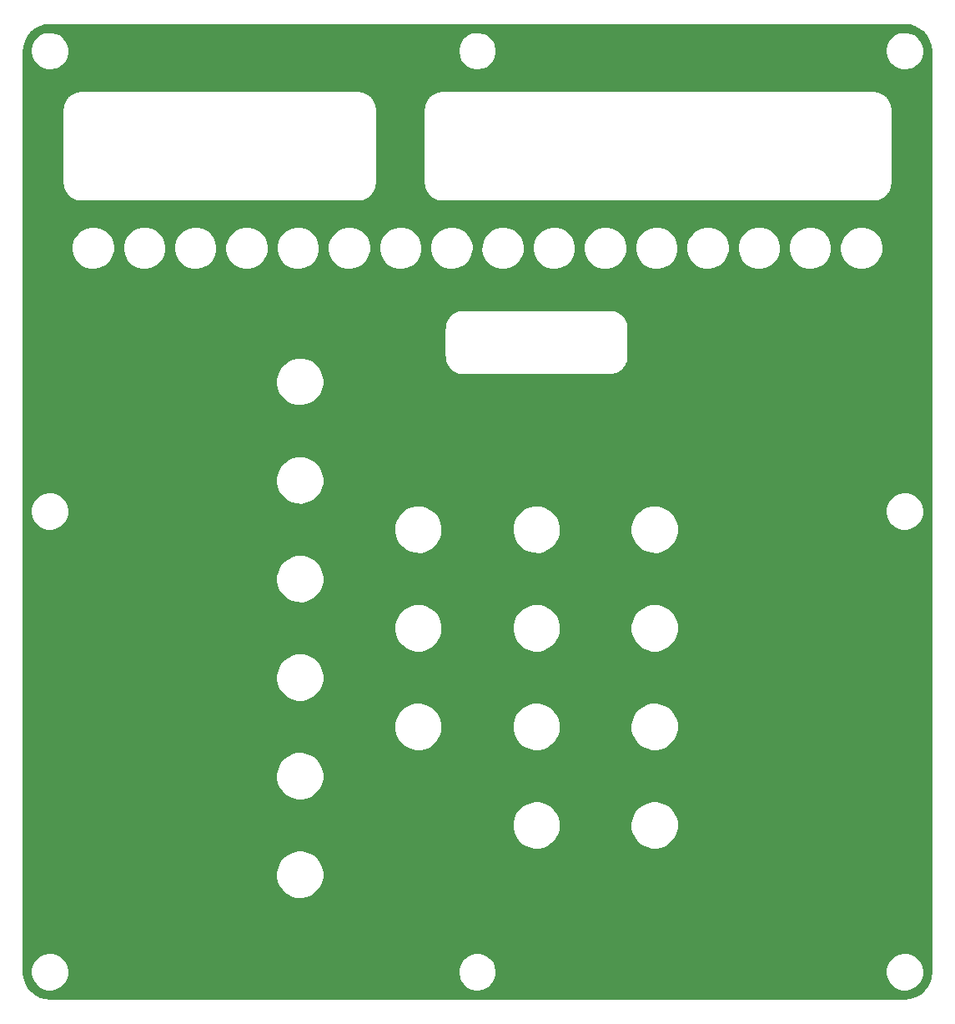
<source format=gbr>
G04 #@! TF.FileFunction,Copper,L2,Bot,Signal*
%FSLAX46Y46*%
G04 Gerber Fmt 4.6, Leading zero omitted, Abs format (unit mm)*
G04 Created by KiCad (PCBNEW 4.0.7) date Friday, July 13, 2018 'AMt' 10:09:28 AM*
%MOMM*%
%LPD*%
G01*
G04 APERTURE LIST*
%ADD10C,0.100000*%
%ADD11C,0.500000*%
G04 APERTURE END LIST*
D10*
D11*
G36*
X143879741Y-50806640D02*
X144350824Y-50948869D01*
X144785309Y-51179888D01*
X145166651Y-51490904D01*
X145480318Y-51870062D01*
X145714367Y-52302927D01*
X145859881Y-52773006D01*
X145915000Y-53297430D01*
X145915000Y-146683071D01*
X145863360Y-147209741D01*
X145721132Y-147680820D01*
X145490111Y-148115309D01*
X145179098Y-148496649D01*
X144799940Y-148810317D01*
X144367073Y-149044367D01*
X143896994Y-149189881D01*
X143372570Y-149245000D01*
X56646929Y-149245000D01*
X56120259Y-149193360D01*
X55649180Y-149051132D01*
X55214691Y-148820111D01*
X54833351Y-148509098D01*
X54519683Y-148129940D01*
X54285633Y-147697073D01*
X54140119Y-147226994D01*
X54105391Y-146896574D01*
X54507240Y-146896574D01*
X54581583Y-147301639D01*
X54733188Y-147684550D01*
X54956281Y-148030722D01*
X55242363Y-148326968D01*
X55580538Y-148562006D01*
X55957924Y-148726882D01*
X56360149Y-148815317D01*
X56771890Y-148823942D01*
X57177464Y-148752428D01*
X57561424Y-148603500D01*
X57909145Y-148382830D01*
X58207381Y-148098823D01*
X58444774Y-147762297D01*
X58612281Y-147386070D01*
X58703522Y-146984473D01*
X58704749Y-146896574D01*
X97897240Y-146896574D01*
X97971583Y-147301639D01*
X98123188Y-147684550D01*
X98346281Y-148030722D01*
X98632363Y-148326968D01*
X98970538Y-148562006D01*
X99347924Y-148726882D01*
X99750149Y-148815317D01*
X100161890Y-148823942D01*
X100567464Y-148752428D01*
X100951424Y-148603500D01*
X101299145Y-148382830D01*
X101597381Y-148098823D01*
X101834774Y-147762297D01*
X102002281Y-147386070D01*
X102093522Y-146984473D01*
X102094749Y-146896574D01*
X141287240Y-146896574D01*
X141361583Y-147301639D01*
X141513188Y-147684550D01*
X141736281Y-148030722D01*
X142022363Y-148326968D01*
X142360538Y-148562006D01*
X142737924Y-148726882D01*
X143140149Y-148815317D01*
X143551890Y-148823942D01*
X143957464Y-148752428D01*
X144341424Y-148603500D01*
X144689145Y-148382830D01*
X144987381Y-148098823D01*
X145224774Y-147762297D01*
X145392281Y-147386070D01*
X145483522Y-146984473D01*
X145490090Y-146514084D01*
X145410098Y-146110096D01*
X145253162Y-145729339D01*
X145025258Y-145386316D01*
X144735067Y-145094093D01*
X144393644Y-144863800D01*
X144013992Y-144704209D01*
X143610572Y-144621399D01*
X143198751Y-144618524D01*
X142794214Y-144695693D01*
X142412371Y-144849968D01*
X142067765Y-145075471D01*
X141773523Y-145363615D01*
X141540852Y-145703422D01*
X141378614Y-146081951D01*
X141292990Y-146484783D01*
X141287240Y-146896574D01*
X102094749Y-146896574D01*
X102100090Y-146514084D01*
X102020098Y-146110096D01*
X101863162Y-145729339D01*
X101635258Y-145386316D01*
X101345067Y-145094093D01*
X101003644Y-144863800D01*
X100623992Y-144704209D01*
X100220572Y-144621399D01*
X99808751Y-144618524D01*
X99404214Y-144695693D01*
X99022371Y-144849968D01*
X98677765Y-145075471D01*
X98383523Y-145363615D01*
X98150852Y-145703422D01*
X97988614Y-146081951D01*
X97902990Y-146484783D01*
X97897240Y-146896574D01*
X58704749Y-146896574D01*
X58710090Y-146514084D01*
X58630098Y-146110096D01*
X58473162Y-145729339D01*
X58245258Y-145386316D01*
X57955067Y-145094093D01*
X57613644Y-144863800D01*
X57233992Y-144704209D01*
X56830572Y-144621399D01*
X56418751Y-144618524D01*
X56014214Y-144695693D01*
X55632371Y-144849968D01*
X55287765Y-145075471D01*
X54993523Y-145363615D01*
X54760852Y-145703422D01*
X54598614Y-146081951D01*
X54512990Y-146484783D01*
X54507240Y-146896574D01*
X54105391Y-146896574D01*
X54085000Y-146702570D01*
X54085000Y-137048615D01*
X79396583Y-137048615D01*
X79488627Y-137550125D01*
X79676329Y-138024205D01*
X79952538Y-138452798D01*
X80306735Y-138819580D01*
X80725428Y-139110579D01*
X81192668Y-139314711D01*
X81690660Y-139424202D01*
X82200435Y-139434880D01*
X82702575Y-139346339D01*
X83177954Y-139161952D01*
X83608465Y-138888741D01*
X83977710Y-138537114D01*
X84271625Y-138120463D01*
X84479014Y-137654658D01*
X84591979Y-137157443D01*
X84600111Y-136575057D01*
X84501074Y-136074881D01*
X84306771Y-135603468D01*
X84024604Y-135178773D01*
X83665321Y-134816973D01*
X83242606Y-134531848D01*
X82772561Y-134334259D01*
X82273089Y-134231732D01*
X81763215Y-134228172D01*
X81262360Y-134323715D01*
X80789602Y-134514722D01*
X80362947Y-134793917D01*
X79998648Y-135150666D01*
X79710579Y-135571380D01*
X79509713Y-136040034D01*
X79403702Y-136538778D01*
X79396583Y-137048615D01*
X54085000Y-137048615D01*
X54085000Y-132048615D01*
X103396583Y-132048615D01*
X103488627Y-132550125D01*
X103676329Y-133024205D01*
X103952538Y-133452798D01*
X104306735Y-133819580D01*
X104725428Y-134110579D01*
X105192668Y-134314711D01*
X105690660Y-134424202D01*
X106200435Y-134434880D01*
X106702575Y-134346339D01*
X107177954Y-134161952D01*
X107608465Y-133888741D01*
X107977710Y-133537114D01*
X108271625Y-133120463D01*
X108479014Y-132654658D01*
X108591979Y-132157443D01*
X108593498Y-132048615D01*
X115396583Y-132048615D01*
X115488627Y-132550125D01*
X115676329Y-133024205D01*
X115952538Y-133452798D01*
X116306735Y-133819580D01*
X116725428Y-134110579D01*
X117192668Y-134314711D01*
X117690660Y-134424202D01*
X118200435Y-134434880D01*
X118702575Y-134346339D01*
X119177954Y-134161952D01*
X119608465Y-133888741D01*
X119977710Y-133537114D01*
X120271625Y-133120463D01*
X120479014Y-132654658D01*
X120591979Y-132157443D01*
X120600111Y-131575057D01*
X120501074Y-131074881D01*
X120306771Y-130603468D01*
X120024604Y-130178773D01*
X119665321Y-129816973D01*
X119242606Y-129531848D01*
X118772561Y-129334259D01*
X118273089Y-129231732D01*
X117763215Y-129228172D01*
X117262360Y-129323715D01*
X116789602Y-129514722D01*
X116362947Y-129793917D01*
X115998648Y-130150666D01*
X115710579Y-130571380D01*
X115509713Y-131040034D01*
X115403702Y-131538778D01*
X115396583Y-132048615D01*
X108593498Y-132048615D01*
X108600111Y-131575057D01*
X108501074Y-131074881D01*
X108306771Y-130603468D01*
X108024604Y-130178773D01*
X107665321Y-129816973D01*
X107242606Y-129531848D01*
X106772561Y-129334259D01*
X106273089Y-129231732D01*
X105763215Y-129228172D01*
X105262360Y-129323715D01*
X104789602Y-129514722D01*
X104362947Y-129793917D01*
X103998648Y-130150666D01*
X103710579Y-130571380D01*
X103509713Y-131040034D01*
X103403702Y-131538778D01*
X103396583Y-132048615D01*
X54085000Y-132048615D01*
X54085000Y-127048615D01*
X79396583Y-127048615D01*
X79488627Y-127550125D01*
X79676329Y-128024205D01*
X79952538Y-128452798D01*
X80306735Y-128819580D01*
X80725428Y-129110579D01*
X81192668Y-129314711D01*
X81690660Y-129424202D01*
X82200435Y-129434880D01*
X82702575Y-129346339D01*
X83177954Y-129161952D01*
X83608465Y-128888741D01*
X83977710Y-128537114D01*
X84271625Y-128120463D01*
X84479014Y-127654658D01*
X84591979Y-127157443D01*
X84600111Y-126575057D01*
X84501074Y-126074881D01*
X84306771Y-125603468D01*
X84024604Y-125178773D01*
X83665321Y-124816973D01*
X83242606Y-124531848D01*
X82772561Y-124334259D01*
X82273089Y-124231732D01*
X81763215Y-124228172D01*
X81262360Y-124323715D01*
X80789602Y-124514722D01*
X80362947Y-124793917D01*
X79998648Y-125150666D01*
X79710579Y-125571380D01*
X79509713Y-126040034D01*
X79403702Y-126538778D01*
X79396583Y-127048615D01*
X54085000Y-127048615D01*
X54085000Y-122048615D01*
X91396583Y-122048615D01*
X91488627Y-122550125D01*
X91676329Y-123024205D01*
X91952538Y-123452798D01*
X92306735Y-123819580D01*
X92725428Y-124110579D01*
X93192668Y-124314711D01*
X93690660Y-124424202D01*
X94200435Y-124434880D01*
X94702575Y-124346339D01*
X95177954Y-124161952D01*
X95608465Y-123888741D01*
X95977710Y-123537114D01*
X96271625Y-123120463D01*
X96479014Y-122654658D01*
X96591979Y-122157443D01*
X96593498Y-122048615D01*
X103396583Y-122048615D01*
X103488627Y-122550125D01*
X103676329Y-123024205D01*
X103952538Y-123452798D01*
X104306735Y-123819580D01*
X104725428Y-124110579D01*
X105192668Y-124314711D01*
X105690660Y-124424202D01*
X106200435Y-124434880D01*
X106702575Y-124346339D01*
X107177954Y-124161952D01*
X107608465Y-123888741D01*
X107977710Y-123537114D01*
X108271625Y-123120463D01*
X108479014Y-122654658D01*
X108591979Y-122157443D01*
X108593498Y-122048615D01*
X115396583Y-122048615D01*
X115488627Y-122550125D01*
X115676329Y-123024205D01*
X115952538Y-123452798D01*
X116306735Y-123819580D01*
X116725428Y-124110579D01*
X117192668Y-124314711D01*
X117690660Y-124424202D01*
X118200435Y-124434880D01*
X118702575Y-124346339D01*
X119177954Y-124161952D01*
X119608465Y-123888741D01*
X119977710Y-123537114D01*
X120271625Y-123120463D01*
X120479014Y-122654658D01*
X120591979Y-122157443D01*
X120600111Y-121575057D01*
X120501074Y-121074881D01*
X120306771Y-120603468D01*
X120024604Y-120178773D01*
X119665321Y-119816973D01*
X119242606Y-119531848D01*
X118772561Y-119334259D01*
X118273089Y-119231732D01*
X117763215Y-119228172D01*
X117262360Y-119323715D01*
X116789602Y-119514722D01*
X116362947Y-119793917D01*
X115998648Y-120150666D01*
X115710579Y-120571380D01*
X115509713Y-121040034D01*
X115403702Y-121538778D01*
X115396583Y-122048615D01*
X108593498Y-122048615D01*
X108600111Y-121575057D01*
X108501074Y-121074881D01*
X108306771Y-120603468D01*
X108024604Y-120178773D01*
X107665321Y-119816973D01*
X107242606Y-119531848D01*
X106772561Y-119334259D01*
X106273089Y-119231732D01*
X105763215Y-119228172D01*
X105262360Y-119323715D01*
X104789602Y-119514722D01*
X104362947Y-119793917D01*
X103998648Y-120150666D01*
X103710579Y-120571380D01*
X103509713Y-121040034D01*
X103403702Y-121538778D01*
X103396583Y-122048615D01*
X96593498Y-122048615D01*
X96600111Y-121575057D01*
X96501074Y-121074881D01*
X96306771Y-120603468D01*
X96024604Y-120178773D01*
X95665321Y-119816973D01*
X95242606Y-119531848D01*
X94772561Y-119334259D01*
X94273089Y-119231732D01*
X93763215Y-119228172D01*
X93262360Y-119323715D01*
X92789602Y-119514722D01*
X92362947Y-119793917D01*
X91998648Y-120150666D01*
X91710579Y-120571380D01*
X91509713Y-121040034D01*
X91403702Y-121538778D01*
X91396583Y-122048615D01*
X54085000Y-122048615D01*
X54085000Y-117048615D01*
X79396583Y-117048615D01*
X79488627Y-117550125D01*
X79676329Y-118024205D01*
X79952538Y-118452798D01*
X80306735Y-118819580D01*
X80725428Y-119110579D01*
X81192668Y-119314711D01*
X81690660Y-119424202D01*
X82200435Y-119434880D01*
X82702575Y-119346339D01*
X83177954Y-119161952D01*
X83608465Y-118888741D01*
X83977710Y-118537114D01*
X84271625Y-118120463D01*
X84479014Y-117654658D01*
X84591979Y-117157443D01*
X84600111Y-116575057D01*
X84501074Y-116074881D01*
X84306771Y-115603468D01*
X84024604Y-115178773D01*
X83665321Y-114816973D01*
X83242606Y-114531848D01*
X82772561Y-114334259D01*
X82273089Y-114231732D01*
X81763215Y-114228172D01*
X81262360Y-114323715D01*
X80789602Y-114514722D01*
X80362947Y-114793917D01*
X79998648Y-115150666D01*
X79710579Y-115571380D01*
X79509713Y-116040034D01*
X79403702Y-116538778D01*
X79396583Y-117048615D01*
X54085000Y-117048615D01*
X54085000Y-112048615D01*
X91396583Y-112048615D01*
X91488627Y-112550125D01*
X91676329Y-113024205D01*
X91952538Y-113452798D01*
X92306735Y-113819580D01*
X92725428Y-114110579D01*
X93192668Y-114314711D01*
X93690660Y-114424202D01*
X94200435Y-114434880D01*
X94702575Y-114346339D01*
X95177954Y-114161952D01*
X95608465Y-113888741D01*
X95977710Y-113537114D01*
X96271625Y-113120463D01*
X96479014Y-112654658D01*
X96591979Y-112157443D01*
X96593498Y-112048615D01*
X103396583Y-112048615D01*
X103488627Y-112550125D01*
X103676329Y-113024205D01*
X103952538Y-113452798D01*
X104306735Y-113819580D01*
X104725428Y-114110579D01*
X105192668Y-114314711D01*
X105690660Y-114424202D01*
X106200435Y-114434880D01*
X106702575Y-114346339D01*
X107177954Y-114161952D01*
X107608465Y-113888741D01*
X107977710Y-113537114D01*
X108271625Y-113120463D01*
X108479014Y-112654658D01*
X108591979Y-112157443D01*
X108593498Y-112048615D01*
X115396583Y-112048615D01*
X115488627Y-112550125D01*
X115676329Y-113024205D01*
X115952538Y-113452798D01*
X116306735Y-113819580D01*
X116725428Y-114110579D01*
X117192668Y-114314711D01*
X117690660Y-114424202D01*
X118200435Y-114434880D01*
X118702575Y-114346339D01*
X119177954Y-114161952D01*
X119608465Y-113888741D01*
X119977710Y-113537114D01*
X120271625Y-113120463D01*
X120479014Y-112654658D01*
X120591979Y-112157443D01*
X120600111Y-111575057D01*
X120501074Y-111074881D01*
X120306771Y-110603468D01*
X120024604Y-110178773D01*
X119665321Y-109816973D01*
X119242606Y-109531848D01*
X118772561Y-109334259D01*
X118273089Y-109231732D01*
X117763215Y-109228172D01*
X117262360Y-109323715D01*
X116789602Y-109514722D01*
X116362947Y-109793917D01*
X115998648Y-110150666D01*
X115710579Y-110571380D01*
X115509713Y-111040034D01*
X115403702Y-111538778D01*
X115396583Y-112048615D01*
X108593498Y-112048615D01*
X108600111Y-111575057D01*
X108501074Y-111074881D01*
X108306771Y-110603468D01*
X108024604Y-110178773D01*
X107665321Y-109816973D01*
X107242606Y-109531848D01*
X106772561Y-109334259D01*
X106273089Y-109231732D01*
X105763215Y-109228172D01*
X105262360Y-109323715D01*
X104789602Y-109514722D01*
X104362947Y-109793917D01*
X103998648Y-110150666D01*
X103710579Y-110571380D01*
X103509713Y-111040034D01*
X103403702Y-111538778D01*
X103396583Y-112048615D01*
X96593498Y-112048615D01*
X96600111Y-111575057D01*
X96501074Y-111074881D01*
X96306771Y-110603468D01*
X96024604Y-110178773D01*
X95665321Y-109816973D01*
X95242606Y-109531848D01*
X94772561Y-109334259D01*
X94273089Y-109231732D01*
X93763215Y-109228172D01*
X93262360Y-109323715D01*
X92789602Y-109514722D01*
X92362947Y-109793917D01*
X91998648Y-110150666D01*
X91710579Y-110571380D01*
X91509713Y-111040034D01*
X91403702Y-111538778D01*
X91396583Y-112048615D01*
X54085000Y-112048615D01*
X54085000Y-107048615D01*
X79396583Y-107048615D01*
X79488627Y-107550125D01*
X79676329Y-108024205D01*
X79952538Y-108452798D01*
X80306735Y-108819580D01*
X80725428Y-109110579D01*
X81192668Y-109314711D01*
X81690660Y-109424202D01*
X82200435Y-109434880D01*
X82702575Y-109346339D01*
X83177954Y-109161952D01*
X83608465Y-108888741D01*
X83977710Y-108537114D01*
X84271625Y-108120463D01*
X84479014Y-107654658D01*
X84591979Y-107157443D01*
X84600111Y-106575057D01*
X84501074Y-106074881D01*
X84306771Y-105603468D01*
X84024604Y-105178773D01*
X83665321Y-104816973D01*
X83242606Y-104531848D01*
X82772561Y-104334259D01*
X82273089Y-104231732D01*
X81763215Y-104228172D01*
X81262360Y-104323715D01*
X80789602Y-104514722D01*
X80362947Y-104793917D01*
X79998648Y-105150666D01*
X79710579Y-105571380D01*
X79509713Y-106040034D01*
X79403702Y-106538778D01*
X79396583Y-107048615D01*
X54085000Y-107048615D01*
X54085000Y-100176574D01*
X54507240Y-100176574D01*
X54581583Y-100581639D01*
X54733188Y-100964550D01*
X54956281Y-101310722D01*
X55242363Y-101606968D01*
X55580538Y-101842006D01*
X55957924Y-102006882D01*
X56360149Y-102095317D01*
X56771890Y-102103942D01*
X57085663Y-102048615D01*
X91396583Y-102048615D01*
X91488627Y-102550125D01*
X91676329Y-103024205D01*
X91952538Y-103452798D01*
X92306735Y-103819580D01*
X92725428Y-104110579D01*
X93192668Y-104314711D01*
X93690660Y-104424202D01*
X94200435Y-104434880D01*
X94702575Y-104346339D01*
X95177954Y-104161952D01*
X95608465Y-103888741D01*
X95977710Y-103537114D01*
X96271625Y-103120463D01*
X96479014Y-102654658D01*
X96591979Y-102157443D01*
X96593498Y-102048615D01*
X103396583Y-102048615D01*
X103488627Y-102550125D01*
X103676329Y-103024205D01*
X103952538Y-103452798D01*
X104306735Y-103819580D01*
X104725428Y-104110579D01*
X105192668Y-104314711D01*
X105690660Y-104424202D01*
X106200435Y-104434880D01*
X106702575Y-104346339D01*
X107177954Y-104161952D01*
X107608465Y-103888741D01*
X107977710Y-103537114D01*
X108271625Y-103120463D01*
X108479014Y-102654658D01*
X108591979Y-102157443D01*
X108593498Y-102048615D01*
X115396583Y-102048615D01*
X115488627Y-102550125D01*
X115676329Y-103024205D01*
X115952538Y-103452798D01*
X116306735Y-103819580D01*
X116725428Y-104110579D01*
X117192668Y-104314711D01*
X117690660Y-104424202D01*
X118200435Y-104434880D01*
X118702575Y-104346339D01*
X119177954Y-104161952D01*
X119608465Y-103888741D01*
X119977710Y-103537114D01*
X120271625Y-103120463D01*
X120479014Y-102654658D01*
X120591979Y-102157443D01*
X120600111Y-101575057D01*
X120501074Y-101074881D01*
X120306771Y-100603468D01*
X120024604Y-100178773D01*
X120022421Y-100176574D01*
X141287240Y-100176574D01*
X141361583Y-100581639D01*
X141513188Y-100964550D01*
X141736281Y-101310722D01*
X142022363Y-101606968D01*
X142360538Y-101842006D01*
X142737924Y-102006882D01*
X143140149Y-102095317D01*
X143551890Y-102103942D01*
X143957464Y-102032428D01*
X144341424Y-101883500D01*
X144689145Y-101662830D01*
X144987381Y-101378823D01*
X145224774Y-101042297D01*
X145392281Y-100666070D01*
X145483522Y-100264473D01*
X145490090Y-99794084D01*
X145410098Y-99390096D01*
X145253162Y-99009339D01*
X145025258Y-98666316D01*
X144735067Y-98374093D01*
X144393644Y-98143800D01*
X144013992Y-97984209D01*
X143610572Y-97901399D01*
X143198751Y-97898524D01*
X142794214Y-97975693D01*
X142412371Y-98129968D01*
X142067765Y-98355471D01*
X141773523Y-98643615D01*
X141540852Y-98983422D01*
X141378614Y-99361951D01*
X141292990Y-99764783D01*
X141287240Y-100176574D01*
X120022421Y-100176574D01*
X119665321Y-99816973D01*
X119242606Y-99531848D01*
X118772561Y-99334259D01*
X118273089Y-99231732D01*
X117763215Y-99228172D01*
X117262360Y-99323715D01*
X116789602Y-99514722D01*
X116362947Y-99793917D01*
X115998648Y-100150666D01*
X115710579Y-100571380D01*
X115509713Y-101040034D01*
X115403702Y-101538778D01*
X115396583Y-102048615D01*
X108593498Y-102048615D01*
X108600111Y-101575057D01*
X108501074Y-101074881D01*
X108306771Y-100603468D01*
X108024604Y-100178773D01*
X107665321Y-99816973D01*
X107242606Y-99531848D01*
X106772561Y-99334259D01*
X106273089Y-99231732D01*
X105763215Y-99228172D01*
X105262360Y-99323715D01*
X104789602Y-99514722D01*
X104362947Y-99793917D01*
X103998648Y-100150666D01*
X103710579Y-100571380D01*
X103509713Y-101040034D01*
X103403702Y-101538778D01*
X103396583Y-102048615D01*
X96593498Y-102048615D01*
X96600111Y-101575057D01*
X96501074Y-101074881D01*
X96306771Y-100603468D01*
X96024604Y-100178773D01*
X95665321Y-99816973D01*
X95242606Y-99531848D01*
X94772561Y-99334259D01*
X94273089Y-99231732D01*
X93763215Y-99228172D01*
X93262360Y-99323715D01*
X92789602Y-99514722D01*
X92362947Y-99793917D01*
X91998648Y-100150666D01*
X91710579Y-100571380D01*
X91509713Y-101040034D01*
X91403702Y-101538778D01*
X91396583Y-102048615D01*
X57085663Y-102048615D01*
X57177464Y-102032428D01*
X57561424Y-101883500D01*
X57909145Y-101662830D01*
X58207381Y-101378823D01*
X58444774Y-101042297D01*
X58612281Y-100666070D01*
X58703522Y-100264473D01*
X58710090Y-99794084D01*
X58630098Y-99390096D01*
X58473162Y-99009339D01*
X58245258Y-98666316D01*
X57955067Y-98374093D01*
X57613644Y-98143800D01*
X57233992Y-97984209D01*
X56830572Y-97901399D01*
X56418751Y-97898524D01*
X56014214Y-97975693D01*
X55632371Y-98129968D01*
X55287765Y-98355471D01*
X54993523Y-98643615D01*
X54760852Y-98983422D01*
X54598614Y-99361951D01*
X54512990Y-99764783D01*
X54507240Y-100176574D01*
X54085000Y-100176574D01*
X54085000Y-97048615D01*
X79396583Y-97048615D01*
X79488627Y-97550125D01*
X79676329Y-98024205D01*
X79952538Y-98452798D01*
X80306735Y-98819580D01*
X80725428Y-99110579D01*
X81192668Y-99314711D01*
X81690660Y-99424202D01*
X82200435Y-99434880D01*
X82702575Y-99346339D01*
X83177954Y-99161952D01*
X83608465Y-98888741D01*
X83977710Y-98537114D01*
X84271625Y-98120463D01*
X84479014Y-97654658D01*
X84591979Y-97157443D01*
X84600111Y-96575057D01*
X84501074Y-96074881D01*
X84306771Y-95603468D01*
X84024604Y-95178773D01*
X83665321Y-94816973D01*
X83242606Y-94531848D01*
X82772561Y-94334259D01*
X82273089Y-94231732D01*
X81763215Y-94228172D01*
X81262360Y-94323715D01*
X80789602Y-94514722D01*
X80362947Y-94793917D01*
X79998648Y-95150666D01*
X79710579Y-95571380D01*
X79509713Y-96040034D01*
X79403702Y-96538778D01*
X79396583Y-97048615D01*
X54085000Y-97048615D01*
X54085000Y-87048615D01*
X79396583Y-87048615D01*
X79488627Y-87550125D01*
X79676329Y-88024205D01*
X79952538Y-88452798D01*
X80306735Y-88819580D01*
X80725428Y-89110579D01*
X81192668Y-89314711D01*
X81690660Y-89424202D01*
X82200435Y-89434880D01*
X82702575Y-89346339D01*
X83177954Y-89161952D01*
X83608465Y-88888741D01*
X83977710Y-88537114D01*
X84271625Y-88120463D01*
X84479014Y-87654658D01*
X84591979Y-87157443D01*
X84600111Y-86575057D01*
X84501074Y-86074881D01*
X84306771Y-85603468D01*
X84024604Y-85178773D01*
X83665321Y-84816973D01*
X83242606Y-84531848D01*
X82772561Y-84334259D01*
X82273089Y-84231732D01*
X81763215Y-84228172D01*
X81262360Y-84323715D01*
X80789602Y-84514722D01*
X80362947Y-84793917D01*
X79998648Y-85150666D01*
X79710579Y-85571380D01*
X79509713Y-86040034D01*
X79403702Y-86538778D01*
X79396583Y-87048615D01*
X54085000Y-87048615D01*
X54085000Y-81400000D01*
X96525000Y-81400000D01*
X96525000Y-84260000D01*
X96525014Y-84260140D01*
X96525005Y-84262640D01*
X96525036Y-84271506D01*
X96528369Y-84304321D01*
X96528139Y-84337292D01*
X96529167Y-84347783D01*
X96555075Y-84594287D01*
X96568838Y-84661333D01*
X96581658Y-84728539D01*
X96584704Y-84738630D01*
X96657999Y-84975406D01*
X96684526Y-85038510D01*
X96710150Y-85101933D01*
X96715098Y-85111238D01*
X96715100Y-85111243D01*
X96715103Y-85111248D01*
X96832987Y-85329270D01*
X96871258Y-85386010D01*
X96908723Y-85443262D01*
X96915385Y-85451431D01*
X97073378Y-85642411D01*
X97121942Y-85690637D01*
X97169811Y-85739519D01*
X97177933Y-85746238D01*
X97370011Y-85902893D01*
X97427032Y-85940778D01*
X97483471Y-85979422D01*
X97492743Y-85984436D01*
X97711591Y-86100799D01*
X97774881Y-86126885D01*
X97837750Y-86153831D01*
X97847820Y-86156949D01*
X98085101Y-86228589D01*
X98152255Y-86241886D01*
X98219163Y-86256107D01*
X98229647Y-86257210D01*
X98476325Y-86281397D01*
X98507997Y-86281397D01*
X98539459Y-86284926D01*
X98550000Y-86285000D01*
X113450000Y-86285000D01*
X113450140Y-86284986D01*
X113452640Y-86284995D01*
X113461506Y-86284964D01*
X113494321Y-86281631D01*
X113527292Y-86281861D01*
X113537783Y-86280833D01*
X113784287Y-86254925D01*
X113851333Y-86241162D01*
X113918539Y-86228342D01*
X113928630Y-86225296D01*
X114165406Y-86152001D01*
X114228510Y-86125474D01*
X114291933Y-86099850D01*
X114301238Y-86094902D01*
X114301243Y-86094900D01*
X114301248Y-86094897D01*
X114519270Y-85977013D01*
X114576010Y-85938742D01*
X114633262Y-85901277D01*
X114641431Y-85894615D01*
X114832411Y-85736622D01*
X114880637Y-85688058D01*
X114929519Y-85640189D01*
X114936238Y-85632067D01*
X115092893Y-85439989D01*
X115130778Y-85382968D01*
X115169422Y-85326529D01*
X115174436Y-85317257D01*
X115290799Y-85098409D01*
X115316885Y-85035119D01*
X115343831Y-84972250D01*
X115346949Y-84962180D01*
X115418589Y-84724899D01*
X115431886Y-84657745D01*
X115446107Y-84590837D01*
X115447210Y-84580353D01*
X115471397Y-84333675D01*
X115471397Y-84302003D01*
X115474926Y-84270541D01*
X115475000Y-84260000D01*
X115475000Y-81400000D01*
X115474986Y-81399860D01*
X115474995Y-81397360D01*
X115474964Y-81388494D01*
X115471631Y-81355679D01*
X115471861Y-81322708D01*
X115470833Y-81312217D01*
X115444925Y-81065714D01*
X115431164Y-80998674D01*
X115418342Y-80931461D01*
X115415296Y-80921370D01*
X115342001Y-80684594D01*
X115315474Y-80621490D01*
X115289850Y-80558067D01*
X115284901Y-80548759D01*
X115167013Y-80330730D01*
X115128742Y-80273990D01*
X115091277Y-80216738D01*
X115084615Y-80208569D01*
X114926622Y-80017589D01*
X114878041Y-79969347D01*
X114830189Y-79920481D01*
X114822067Y-79913762D01*
X114629989Y-79757107D01*
X114572968Y-79719222D01*
X114516529Y-79680578D01*
X114507256Y-79675564D01*
X114288409Y-79559201D01*
X114225102Y-79533108D01*
X114162250Y-79506169D01*
X114152180Y-79503051D01*
X113914899Y-79431411D01*
X113847745Y-79418114D01*
X113780837Y-79403893D01*
X113770353Y-79402790D01*
X113523675Y-79378603D01*
X113492003Y-79378603D01*
X113460541Y-79375074D01*
X113450000Y-79375000D01*
X98550000Y-79375000D01*
X98549860Y-79375014D01*
X98547360Y-79375005D01*
X98538494Y-79375036D01*
X98505679Y-79378369D01*
X98472708Y-79378139D01*
X98462217Y-79379167D01*
X98215714Y-79405075D01*
X98148674Y-79418836D01*
X98081461Y-79431658D01*
X98071370Y-79434704D01*
X97834594Y-79507999D01*
X97771490Y-79534526D01*
X97708067Y-79560150D01*
X97698759Y-79565099D01*
X97480730Y-79682987D01*
X97423990Y-79721258D01*
X97366738Y-79758723D01*
X97358569Y-79765385D01*
X97167589Y-79923378D01*
X97119347Y-79971959D01*
X97070481Y-80019811D01*
X97063762Y-80027933D01*
X96907107Y-80220011D01*
X96869222Y-80277032D01*
X96830578Y-80333471D01*
X96825564Y-80342744D01*
X96709201Y-80561591D01*
X96683108Y-80624898D01*
X96656169Y-80687750D01*
X96653051Y-80697820D01*
X96581411Y-80935101D01*
X96568114Y-81002255D01*
X96553893Y-81069163D01*
X96552790Y-81079647D01*
X96528603Y-81326325D01*
X96528603Y-81357997D01*
X96525074Y-81389459D01*
X96525000Y-81400000D01*
X54085000Y-81400000D01*
X54085000Y-73477594D01*
X58646911Y-73477594D01*
X58730105Y-73930882D01*
X58899758Y-74359378D01*
X59149409Y-74746760D01*
X59469548Y-75078274D01*
X59847982Y-75341293D01*
X60270296Y-75525797D01*
X60720404Y-75624760D01*
X61181162Y-75634411D01*
X61635019Y-75554384D01*
X62064689Y-75387726D01*
X62453805Y-75140786D01*
X62787546Y-74822968D01*
X63053200Y-74446380D01*
X63240648Y-74025364D01*
X63342751Y-73575958D01*
X63344124Y-73477594D01*
X63846911Y-73477594D01*
X63930105Y-73930882D01*
X64099758Y-74359378D01*
X64349409Y-74746760D01*
X64669548Y-75078274D01*
X65047982Y-75341293D01*
X65470296Y-75525797D01*
X65920404Y-75624760D01*
X66381162Y-75634411D01*
X66835019Y-75554384D01*
X67264689Y-75387726D01*
X67653805Y-75140786D01*
X67987546Y-74822968D01*
X68253200Y-74446380D01*
X68440648Y-74025364D01*
X68542751Y-73575958D01*
X68544124Y-73477594D01*
X69046911Y-73477594D01*
X69130105Y-73930882D01*
X69299758Y-74359378D01*
X69549409Y-74746760D01*
X69869548Y-75078274D01*
X70247982Y-75341293D01*
X70670296Y-75525797D01*
X71120404Y-75624760D01*
X71581162Y-75634411D01*
X72035019Y-75554384D01*
X72464689Y-75387726D01*
X72853805Y-75140786D01*
X73187546Y-74822968D01*
X73453200Y-74446380D01*
X73640648Y-74025364D01*
X73742751Y-73575958D01*
X73744124Y-73477594D01*
X74246911Y-73477594D01*
X74330105Y-73930882D01*
X74499758Y-74359378D01*
X74749409Y-74746760D01*
X75069548Y-75078274D01*
X75447982Y-75341293D01*
X75870296Y-75525797D01*
X76320404Y-75624760D01*
X76781162Y-75634411D01*
X77235019Y-75554384D01*
X77664689Y-75387726D01*
X78053805Y-75140786D01*
X78387546Y-74822968D01*
X78653200Y-74446380D01*
X78840648Y-74025364D01*
X78942751Y-73575958D01*
X78944124Y-73477594D01*
X79446911Y-73477594D01*
X79530105Y-73930882D01*
X79699758Y-74359378D01*
X79949409Y-74746760D01*
X80269548Y-75078274D01*
X80647982Y-75341293D01*
X81070296Y-75525797D01*
X81520404Y-75624760D01*
X81981162Y-75634411D01*
X82435019Y-75554384D01*
X82864689Y-75387726D01*
X83253805Y-75140786D01*
X83587546Y-74822968D01*
X83853200Y-74446380D01*
X84040648Y-74025364D01*
X84142751Y-73575958D01*
X84144124Y-73477594D01*
X84646911Y-73477594D01*
X84730105Y-73930882D01*
X84899758Y-74359378D01*
X85149409Y-74746760D01*
X85469548Y-75078274D01*
X85847982Y-75341293D01*
X86270296Y-75525797D01*
X86720404Y-75624760D01*
X87181162Y-75634411D01*
X87635019Y-75554384D01*
X88064689Y-75387726D01*
X88453805Y-75140786D01*
X88787546Y-74822968D01*
X89053200Y-74446380D01*
X89240648Y-74025364D01*
X89342751Y-73575958D01*
X89344124Y-73477594D01*
X89846911Y-73477594D01*
X89930105Y-73930882D01*
X90099758Y-74359378D01*
X90349409Y-74746760D01*
X90669548Y-75078274D01*
X91047982Y-75341293D01*
X91470296Y-75525797D01*
X91920404Y-75624760D01*
X92381162Y-75634411D01*
X92835019Y-75554384D01*
X93264689Y-75387726D01*
X93653805Y-75140786D01*
X93987546Y-74822968D01*
X94253200Y-74446380D01*
X94440648Y-74025364D01*
X94542751Y-73575958D01*
X94544124Y-73477594D01*
X95046911Y-73477594D01*
X95130105Y-73930882D01*
X95299758Y-74359378D01*
X95549409Y-74746760D01*
X95869548Y-75078274D01*
X96247982Y-75341293D01*
X96670296Y-75525797D01*
X97120404Y-75624760D01*
X97581162Y-75634411D01*
X98035019Y-75554384D01*
X98464689Y-75387726D01*
X98853805Y-75140786D01*
X99187546Y-74822968D01*
X99453200Y-74446380D01*
X99640648Y-74025364D01*
X99742751Y-73575958D01*
X99744124Y-73477594D01*
X100246911Y-73477594D01*
X100330105Y-73930882D01*
X100499758Y-74359378D01*
X100749409Y-74746760D01*
X101069548Y-75078274D01*
X101447982Y-75341293D01*
X101870296Y-75525797D01*
X102320404Y-75624760D01*
X102781162Y-75634411D01*
X103235019Y-75554384D01*
X103664689Y-75387726D01*
X104053805Y-75140786D01*
X104387546Y-74822968D01*
X104653200Y-74446380D01*
X104840648Y-74025364D01*
X104942751Y-73575958D01*
X104944124Y-73477594D01*
X105446911Y-73477594D01*
X105530105Y-73930882D01*
X105699758Y-74359378D01*
X105949409Y-74746760D01*
X106269548Y-75078274D01*
X106647982Y-75341293D01*
X107070296Y-75525797D01*
X107520404Y-75624760D01*
X107981162Y-75634411D01*
X108435019Y-75554384D01*
X108864689Y-75387726D01*
X109253805Y-75140786D01*
X109587546Y-74822968D01*
X109853200Y-74446380D01*
X110040648Y-74025364D01*
X110142751Y-73575958D01*
X110144124Y-73477594D01*
X110646911Y-73477594D01*
X110730105Y-73930882D01*
X110899758Y-74359378D01*
X111149409Y-74746760D01*
X111469548Y-75078274D01*
X111847982Y-75341293D01*
X112270296Y-75525797D01*
X112720404Y-75624760D01*
X113181162Y-75634411D01*
X113635019Y-75554384D01*
X114064689Y-75387726D01*
X114453805Y-75140786D01*
X114787546Y-74822968D01*
X115053200Y-74446380D01*
X115240648Y-74025364D01*
X115342751Y-73575958D01*
X115344124Y-73477594D01*
X115846911Y-73477594D01*
X115930105Y-73930882D01*
X116099758Y-74359378D01*
X116349409Y-74746760D01*
X116669548Y-75078274D01*
X117047982Y-75341293D01*
X117470296Y-75525797D01*
X117920404Y-75624760D01*
X118381162Y-75634411D01*
X118835019Y-75554384D01*
X119264689Y-75387726D01*
X119653805Y-75140786D01*
X119987546Y-74822968D01*
X120253200Y-74446380D01*
X120440648Y-74025364D01*
X120542751Y-73575958D01*
X120544124Y-73477594D01*
X121046911Y-73477594D01*
X121130105Y-73930882D01*
X121299758Y-74359378D01*
X121549409Y-74746760D01*
X121869548Y-75078274D01*
X122247982Y-75341293D01*
X122670296Y-75525797D01*
X123120404Y-75624760D01*
X123581162Y-75634411D01*
X124035019Y-75554384D01*
X124464689Y-75387726D01*
X124853805Y-75140786D01*
X125187546Y-74822968D01*
X125453200Y-74446380D01*
X125640648Y-74025364D01*
X125742751Y-73575958D01*
X125744124Y-73477594D01*
X126246911Y-73477594D01*
X126330105Y-73930882D01*
X126499758Y-74359378D01*
X126749409Y-74746760D01*
X127069548Y-75078274D01*
X127447982Y-75341293D01*
X127870296Y-75525797D01*
X128320404Y-75624760D01*
X128781162Y-75634411D01*
X129235019Y-75554384D01*
X129664689Y-75387726D01*
X130053805Y-75140786D01*
X130387546Y-74822968D01*
X130653200Y-74446380D01*
X130840648Y-74025364D01*
X130942751Y-73575958D01*
X130944124Y-73477594D01*
X131446911Y-73477594D01*
X131530105Y-73930882D01*
X131699758Y-74359378D01*
X131949409Y-74746760D01*
X132269548Y-75078274D01*
X132647982Y-75341293D01*
X133070296Y-75525797D01*
X133520404Y-75624760D01*
X133981162Y-75634411D01*
X134435019Y-75554384D01*
X134864689Y-75387726D01*
X135253805Y-75140786D01*
X135587546Y-74822968D01*
X135853200Y-74446380D01*
X136040648Y-74025364D01*
X136142751Y-73575958D01*
X136144124Y-73477594D01*
X136646911Y-73477594D01*
X136730105Y-73930882D01*
X136899758Y-74359378D01*
X137149409Y-74746760D01*
X137469548Y-75078274D01*
X137847982Y-75341293D01*
X138270296Y-75525797D01*
X138720404Y-75624760D01*
X139181162Y-75634411D01*
X139635019Y-75554384D01*
X140064689Y-75387726D01*
X140453805Y-75140786D01*
X140787546Y-74822968D01*
X141053200Y-74446380D01*
X141240648Y-74025364D01*
X141342751Y-73575958D01*
X141350101Y-73049571D01*
X141260586Y-72597489D01*
X141084967Y-72171403D01*
X140829931Y-71787544D01*
X140505195Y-71460532D01*
X140123125Y-71202823D01*
X139698276Y-71024233D01*
X139246830Y-70931565D01*
X138785983Y-70928347D01*
X138333287Y-71014704D01*
X137905986Y-71187345D01*
X137520356Y-71439694D01*
X137191085Y-71762140D01*
X136930715Y-72142401D01*
X136749163Y-72565993D01*
X136653345Y-73016780D01*
X136646911Y-73477594D01*
X136144124Y-73477594D01*
X136150101Y-73049571D01*
X136060586Y-72597489D01*
X135884967Y-72171403D01*
X135629931Y-71787544D01*
X135305195Y-71460532D01*
X134923125Y-71202823D01*
X134498276Y-71024233D01*
X134046830Y-70931565D01*
X133585983Y-70928347D01*
X133133287Y-71014704D01*
X132705986Y-71187345D01*
X132320356Y-71439694D01*
X131991085Y-71762140D01*
X131730715Y-72142401D01*
X131549163Y-72565993D01*
X131453345Y-73016780D01*
X131446911Y-73477594D01*
X130944124Y-73477594D01*
X130950101Y-73049571D01*
X130860586Y-72597489D01*
X130684967Y-72171403D01*
X130429931Y-71787544D01*
X130105195Y-71460532D01*
X129723125Y-71202823D01*
X129298276Y-71024233D01*
X128846830Y-70931565D01*
X128385983Y-70928347D01*
X127933287Y-71014704D01*
X127505986Y-71187345D01*
X127120356Y-71439694D01*
X126791085Y-71762140D01*
X126530715Y-72142401D01*
X126349163Y-72565993D01*
X126253345Y-73016780D01*
X126246911Y-73477594D01*
X125744124Y-73477594D01*
X125750101Y-73049571D01*
X125660586Y-72597489D01*
X125484967Y-72171403D01*
X125229931Y-71787544D01*
X124905195Y-71460532D01*
X124523125Y-71202823D01*
X124098276Y-71024233D01*
X123646830Y-70931565D01*
X123185983Y-70928347D01*
X122733287Y-71014704D01*
X122305986Y-71187345D01*
X121920356Y-71439694D01*
X121591085Y-71762140D01*
X121330715Y-72142401D01*
X121149163Y-72565993D01*
X121053345Y-73016780D01*
X121046911Y-73477594D01*
X120544124Y-73477594D01*
X120550101Y-73049571D01*
X120460586Y-72597489D01*
X120284967Y-72171403D01*
X120029931Y-71787544D01*
X119705195Y-71460532D01*
X119323125Y-71202823D01*
X118898276Y-71024233D01*
X118446830Y-70931565D01*
X117985983Y-70928347D01*
X117533287Y-71014704D01*
X117105986Y-71187345D01*
X116720356Y-71439694D01*
X116391085Y-71762140D01*
X116130715Y-72142401D01*
X115949163Y-72565993D01*
X115853345Y-73016780D01*
X115846911Y-73477594D01*
X115344124Y-73477594D01*
X115350101Y-73049571D01*
X115260586Y-72597489D01*
X115084967Y-72171403D01*
X114829931Y-71787544D01*
X114505195Y-71460532D01*
X114123125Y-71202823D01*
X113698276Y-71024233D01*
X113246830Y-70931565D01*
X112785983Y-70928347D01*
X112333287Y-71014704D01*
X111905986Y-71187345D01*
X111520356Y-71439694D01*
X111191085Y-71762140D01*
X110930715Y-72142401D01*
X110749163Y-72565993D01*
X110653345Y-73016780D01*
X110646911Y-73477594D01*
X110144124Y-73477594D01*
X110150101Y-73049571D01*
X110060586Y-72597489D01*
X109884967Y-72171403D01*
X109629931Y-71787544D01*
X109305195Y-71460532D01*
X108923125Y-71202823D01*
X108498276Y-71024233D01*
X108046830Y-70931565D01*
X107585983Y-70928347D01*
X107133287Y-71014704D01*
X106705986Y-71187345D01*
X106320356Y-71439694D01*
X105991085Y-71762140D01*
X105730715Y-72142401D01*
X105549163Y-72565993D01*
X105453345Y-73016780D01*
X105446911Y-73477594D01*
X104944124Y-73477594D01*
X104950101Y-73049571D01*
X104860586Y-72597489D01*
X104684967Y-72171403D01*
X104429931Y-71787544D01*
X104105195Y-71460532D01*
X103723125Y-71202823D01*
X103298276Y-71024233D01*
X102846830Y-70931565D01*
X102385983Y-70928347D01*
X101933287Y-71014704D01*
X101505986Y-71187345D01*
X101120356Y-71439694D01*
X100791085Y-71762140D01*
X100530715Y-72142401D01*
X100349163Y-72565993D01*
X100253345Y-73016780D01*
X100246911Y-73477594D01*
X99744124Y-73477594D01*
X99750101Y-73049571D01*
X99660586Y-72597489D01*
X99484967Y-72171403D01*
X99229931Y-71787544D01*
X98905195Y-71460532D01*
X98523125Y-71202823D01*
X98098276Y-71024233D01*
X97646830Y-70931565D01*
X97185983Y-70928347D01*
X96733287Y-71014704D01*
X96305986Y-71187345D01*
X95920356Y-71439694D01*
X95591085Y-71762140D01*
X95330715Y-72142401D01*
X95149163Y-72565993D01*
X95053345Y-73016780D01*
X95046911Y-73477594D01*
X94544124Y-73477594D01*
X94550101Y-73049571D01*
X94460586Y-72597489D01*
X94284967Y-72171403D01*
X94029931Y-71787544D01*
X93705195Y-71460532D01*
X93323125Y-71202823D01*
X92898276Y-71024233D01*
X92446830Y-70931565D01*
X91985983Y-70928347D01*
X91533287Y-71014704D01*
X91105986Y-71187345D01*
X90720356Y-71439694D01*
X90391085Y-71762140D01*
X90130715Y-72142401D01*
X89949163Y-72565993D01*
X89853345Y-73016780D01*
X89846911Y-73477594D01*
X89344124Y-73477594D01*
X89350101Y-73049571D01*
X89260586Y-72597489D01*
X89084967Y-72171403D01*
X88829931Y-71787544D01*
X88505195Y-71460532D01*
X88123125Y-71202823D01*
X87698276Y-71024233D01*
X87246830Y-70931565D01*
X86785983Y-70928347D01*
X86333287Y-71014704D01*
X85905986Y-71187345D01*
X85520356Y-71439694D01*
X85191085Y-71762140D01*
X84930715Y-72142401D01*
X84749163Y-72565993D01*
X84653345Y-73016780D01*
X84646911Y-73477594D01*
X84144124Y-73477594D01*
X84150101Y-73049571D01*
X84060586Y-72597489D01*
X83884967Y-72171403D01*
X83629931Y-71787544D01*
X83305195Y-71460532D01*
X82923125Y-71202823D01*
X82498276Y-71024233D01*
X82046830Y-70931565D01*
X81585983Y-70928347D01*
X81133287Y-71014704D01*
X80705986Y-71187345D01*
X80320356Y-71439694D01*
X79991085Y-71762140D01*
X79730715Y-72142401D01*
X79549163Y-72565993D01*
X79453345Y-73016780D01*
X79446911Y-73477594D01*
X78944124Y-73477594D01*
X78950101Y-73049571D01*
X78860586Y-72597489D01*
X78684967Y-72171403D01*
X78429931Y-71787544D01*
X78105195Y-71460532D01*
X77723125Y-71202823D01*
X77298276Y-71024233D01*
X76846830Y-70931565D01*
X76385983Y-70928347D01*
X75933287Y-71014704D01*
X75505986Y-71187345D01*
X75120356Y-71439694D01*
X74791085Y-71762140D01*
X74530715Y-72142401D01*
X74349163Y-72565993D01*
X74253345Y-73016780D01*
X74246911Y-73477594D01*
X73744124Y-73477594D01*
X73750101Y-73049571D01*
X73660586Y-72597489D01*
X73484967Y-72171403D01*
X73229931Y-71787544D01*
X72905195Y-71460532D01*
X72523125Y-71202823D01*
X72098276Y-71024233D01*
X71646830Y-70931565D01*
X71185983Y-70928347D01*
X70733287Y-71014704D01*
X70305986Y-71187345D01*
X69920356Y-71439694D01*
X69591085Y-71762140D01*
X69330715Y-72142401D01*
X69149163Y-72565993D01*
X69053345Y-73016780D01*
X69046911Y-73477594D01*
X68544124Y-73477594D01*
X68550101Y-73049571D01*
X68460586Y-72597489D01*
X68284967Y-72171403D01*
X68029931Y-71787544D01*
X67705195Y-71460532D01*
X67323125Y-71202823D01*
X66898276Y-71024233D01*
X66446830Y-70931565D01*
X65985983Y-70928347D01*
X65533287Y-71014704D01*
X65105986Y-71187345D01*
X64720356Y-71439694D01*
X64391085Y-71762140D01*
X64130715Y-72142401D01*
X63949163Y-72565993D01*
X63853345Y-73016780D01*
X63846911Y-73477594D01*
X63344124Y-73477594D01*
X63350101Y-73049571D01*
X63260586Y-72597489D01*
X63084967Y-72171403D01*
X62829931Y-71787544D01*
X62505195Y-71460532D01*
X62123125Y-71202823D01*
X61698276Y-71024233D01*
X61246830Y-70931565D01*
X60785983Y-70928347D01*
X60333287Y-71014704D01*
X59905986Y-71187345D01*
X59520356Y-71439694D01*
X59191085Y-71762140D01*
X58930715Y-72142401D01*
X58749163Y-72565993D01*
X58653345Y-73016780D01*
X58646911Y-73477594D01*
X54085000Y-73477594D01*
X54085000Y-59200000D01*
X57735000Y-59200000D01*
X57735000Y-66660000D01*
X57735014Y-66660140D01*
X57735005Y-66662640D01*
X57735036Y-66671506D01*
X57738369Y-66704321D01*
X57738139Y-66737292D01*
X57739167Y-66747783D01*
X57765075Y-66994287D01*
X57778838Y-67061333D01*
X57791658Y-67128539D01*
X57794704Y-67138630D01*
X57867999Y-67375406D01*
X57894526Y-67438510D01*
X57920150Y-67501933D01*
X57925098Y-67511238D01*
X57925100Y-67511243D01*
X57925103Y-67511248D01*
X58042987Y-67729270D01*
X58081258Y-67786010D01*
X58118723Y-67843262D01*
X58125385Y-67851431D01*
X58283378Y-68042411D01*
X58331942Y-68090637D01*
X58379811Y-68139519D01*
X58387933Y-68146238D01*
X58580011Y-68302893D01*
X58637032Y-68340778D01*
X58693471Y-68379422D01*
X58702743Y-68384436D01*
X58921591Y-68500799D01*
X58984881Y-68526885D01*
X59047750Y-68553831D01*
X59057820Y-68556949D01*
X59295101Y-68628589D01*
X59362255Y-68641886D01*
X59429163Y-68656107D01*
X59439647Y-68657210D01*
X59686325Y-68681397D01*
X59717997Y-68681397D01*
X59749459Y-68684926D01*
X59760000Y-68685000D01*
X87910000Y-68685000D01*
X87910140Y-68684986D01*
X87912640Y-68684995D01*
X87921506Y-68684964D01*
X87954321Y-68681631D01*
X87987292Y-68681861D01*
X87997783Y-68680833D01*
X88244287Y-68654925D01*
X88311333Y-68641162D01*
X88378539Y-68628342D01*
X88388630Y-68625296D01*
X88625406Y-68552001D01*
X88688510Y-68525474D01*
X88751933Y-68499850D01*
X88761238Y-68494902D01*
X88761243Y-68494900D01*
X88761248Y-68494897D01*
X88979270Y-68377013D01*
X89036010Y-68338742D01*
X89093262Y-68301277D01*
X89101431Y-68294615D01*
X89292411Y-68136622D01*
X89340637Y-68088058D01*
X89389519Y-68040189D01*
X89396238Y-68032067D01*
X89552893Y-67839989D01*
X89590778Y-67782968D01*
X89629422Y-67726529D01*
X89634436Y-67717257D01*
X89750799Y-67498409D01*
X89776885Y-67435119D01*
X89803831Y-67372250D01*
X89806949Y-67362180D01*
X89878589Y-67124899D01*
X89891886Y-67057745D01*
X89906107Y-66990837D01*
X89907210Y-66980353D01*
X89931397Y-66733675D01*
X89931397Y-66702003D01*
X89934926Y-66670541D01*
X89935000Y-66660000D01*
X89935000Y-59200000D01*
X94395000Y-59200000D01*
X94395000Y-66660000D01*
X94395014Y-66660140D01*
X94395005Y-66662640D01*
X94395036Y-66671506D01*
X94398369Y-66704321D01*
X94398139Y-66737292D01*
X94399167Y-66747783D01*
X94425075Y-66994287D01*
X94438838Y-67061333D01*
X94451658Y-67128539D01*
X94454704Y-67138630D01*
X94527999Y-67375406D01*
X94554526Y-67438510D01*
X94580150Y-67501933D01*
X94585098Y-67511238D01*
X94585100Y-67511243D01*
X94585103Y-67511248D01*
X94702987Y-67729270D01*
X94741258Y-67786010D01*
X94778723Y-67843262D01*
X94785385Y-67851431D01*
X94943378Y-68042411D01*
X94991942Y-68090637D01*
X95039811Y-68139519D01*
X95047933Y-68146238D01*
X95240011Y-68302893D01*
X95297032Y-68340778D01*
X95353471Y-68379422D01*
X95362743Y-68384436D01*
X95581591Y-68500799D01*
X95644881Y-68526885D01*
X95707750Y-68553831D01*
X95717820Y-68556949D01*
X95955101Y-68628589D01*
X96022255Y-68641886D01*
X96089163Y-68656107D01*
X96099647Y-68657210D01*
X96346325Y-68681397D01*
X96377997Y-68681397D01*
X96409459Y-68684926D01*
X96420000Y-68685000D01*
X140240000Y-68685000D01*
X140240140Y-68684986D01*
X140242640Y-68684995D01*
X140251506Y-68684964D01*
X140284321Y-68681631D01*
X140317292Y-68681861D01*
X140327783Y-68680833D01*
X140574287Y-68654925D01*
X140641333Y-68641162D01*
X140708539Y-68628342D01*
X140718630Y-68625296D01*
X140955406Y-68552001D01*
X141018510Y-68525474D01*
X141081933Y-68499850D01*
X141091238Y-68494902D01*
X141091243Y-68494900D01*
X141091248Y-68494897D01*
X141309270Y-68377013D01*
X141366010Y-68338742D01*
X141423262Y-68301277D01*
X141431431Y-68294615D01*
X141622411Y-68136622D01*
X141670637Y-68088058D01*
X141719519Y-68040189D01*
X141726238Y-68032067D01*
X141882893Y-67839989D01*
X141920778Y-67782968D01*
X141959422Y-67726529D01*
X141964436Y-67717257D01*
X142080799Y-67498409D01*
X142106885Y-67435119D01*
X142133831Y-67372250D01*
X142136949Y-67362180D01*
X142208589Y-67124899D01*
X142221886Y-67057745D01*
X142236107Y-66990837D01*
X142237210Y-66980353D01*
X142261397Y-66733675D01*
X142261397Y-66702003D01*
X142264926Y-66670541D01*
X142265000Y-66660000D01*
X142265000Y-59200000D01*
X142264986Y-59199860D01*
X142264995Y-59197360D01*
X142264964Y-59188494D01*
X142261631Y-59155679D01*
X142261861Y-59122708D01*
X142260833Y-59112217D01*
X142234925Y-58865714D01*
X142221164Y-58798674D01*
X142208342Y-58731461D01*
X142205296Y-58721370D01*
X142132001Y-58484594D01*
X142105474Y-58421490D01*
X142079850Y-58358067D01*
X142074901Y-58348759D01*
X141957013Y-58130730D01*
X141918742Y-58073990D01*
X141881277Y-58016738D01*
X141874615Y-58008569D01*
X141716622Y-57817589D01*
X141668041Y-57769347D01*
X141620189Y-57720481D01*
X141612067Y-57713762D01*
X141419989Y-57557107D01*
X141362968Y-57519222D01*
X141306529Y-57480578D01*
X141297256Y-57475564D01*
X141078409Y-57359201D01*
X141015102Y-57333108D01*
X140952250Y-57306169D01*
X140942180Y-57303051D01*
X140704899Y-57231411D01*
X140637745Y-57218114D01*
X140570837Y-57203893D01*
X140560353Y-57202790D01*
X140313675Y-57178603D01*
X140282003Y-57178603D01*
X140250541Y-57175074D01*
X140240000Y-57175000D01*
X96420000Y-57175000D01*
X96419860Y-57175014D01*
X96417360Y-57175005D01*
X96408494Y-57175036D01*
X96375679Y-57178369D01*
X96342708Y-57178139D01*
X96332217Y-57179167D01*
X96085714Y-57205075D01*
X96018674Y-57218836D01*
X95951461Y-57231658D01*
X95941370Y-57234704D01*
X95704594Y-57307999D01*
X95641490Y-57334526D01*
X95578067Y-57360150D01*
X95568759Y-57365099D01*
X95350730Y-57482987D01*
X95293990Y-57521258D01*
X95236738Y-57558723D01*
X95228569Y-57565385D01*
X95037589Y-57723378D01*
X94989347Y-57771959D01*
X94940481Y-57819811D01*
X94933762Y-57827933D01*
X94777107Y-58020011D01*
X94739222Y-58077032D01*
X94700578Y-58133471D01*
X94695564Y-58142744D01*
X94579201Y-58361591D01*
X94553108Y-58424898D01*
X94526169Y-58487750D01*
X94523051Y-58497820D01*
X94451411Y-58735101D01*
X94438114Y-58802255D01*
X94423893Y-58869163D01*
X94422790Y-58879647D01*
X94398603Y-59126325D01*
X94398603Y-59157997D01*
X94395074Y-59189459D01*
X94395000Y-59200000D01*
X89935000Y-59200000D01*
X89934986Y-59199860D01*
X89934995Y-59197360D01*
X89934964Y-59188494D01*
X89931631Y-59155679D01*
X89931861Y-59122708D01*
X89930833Y-59112217D01*
X89904925Y-58865714D01*
X89891164Y-58798674D01*
X89878342Y-58731461D01*
X89875296Y-58721370D01*
X89802001Y-58484594D01*
X89775474Y-58421490D01*
X89749850Y-58358067D01*
X89744901Y-58348759D01*
X89627013Y-58130730D01*
X89588742Y-58073990D01*
X89551277Y-58016738D01*
X89544615Y-58008569D01*
X89386622Y-57817589D01*
X89338041Y-57769347D01*
X89290189Y-57720481D01*
X89282067Y-57713762D01*
X89089989Y-57557107D01*
X89032968Y-57519222D01*
X88976529Y-57480578D01*
X88967256Y-57475564D01*
X88748409Y-57359201D01*
X88685102Y-57333108D01*
X88622250Y-57306169D01*
X88612180Y-57303051D01*
X88374899Y-57231411D01*
X88307745Y-57218114D01*
X88240837Y-57203893D01*
X88230353Y-57202790D01*
X87983675Y-57178603D01*
X87952003Y-57178603D01*
X87920541Y-57175074D01*
X87910000Y-57175000D01*
X59760000Y-57175000D01*
X59759860Y-57175014D01*
X59757360Y-57175005D01*
X59748494Y-57175036D01*
X59715679Y-57178369D01*
X59682708Y-57178139D01*
X59672217Y-57179167D01*
X59425714Y-57205075D01*
X59358674Y-57218836D01*
X59291461Y-57231658D01*
X59281370Y-57234704D01*
X59044594Y-57307999D01*
X58981490Y-57334526D01*
X58918067Y-57360150D01*
X58908759Y-57365099D01*
X58690730Y-57482987D01*
X58633990Y-57521258D01*
X58576738Y-57558723D01*
X58568569Y-57565385D01*
X58377589Y-57723378D01*
X58329347Y-57771959D01*
X58280481Y-57819811D01*
X58273762Y-57827933D01*
X58117107Y-58020011D01*
X58079222Y-58077032D01*
X58040578Y-58133471D01*
X58035564Y-58142744D01*
X57919201Y-58361591D01*
X57893108Y-58424898D01*
X57866169Y-58487750D01*
X57863051Y-58497820D01*
X57791411Y-58735101D01*
X57778114Y-58802255D01*
X57763893Y-58869163D01*
X57762790Y-58879647D01*
X57738603Y-59126325D01*
X57738603Y-59157997D01*
X57735074Y-59189459D01*
X57735000Y-59200000D01*
X54085000Y-59200000D01*
X54085000Y-53456574D01*
X54507240Y-53456574D01*
X54581583Y-53861639D01*
X54733188Y-54244550D01*
X54956281Y-54590722D01*
X55242363Y-54886968D01*
X55580538Y-55122006D01*
X55957924Y-55286882D01*
X56360149Y-55375317D01*
X56771890Y-55383942D01*
X57177464Y-55312428D01*
X57561424Y-55163500D01*
X57909145Y-54942830D01*
X58207381Y-54658823D01*
X58444774Y-54322297D01*
X58612281Y-53946070D01*
X58703522Y-53544473D01*
X58704749Y-53456574D01*
X97897240Y-53456574D01*
X97971583Y-53861639D01*
X98123188Y-54244550D01*
X98346281Y-54590722D01*
X98632363Y-54886968D01*
X98970538Y-55122006D01*
X99347924Y-55286882D01*
X99750149Y-55375317D01*
X100161890Y-55383942D01*
X100567464Y-55312428D01*
X100951424Y-55163500D01*
X101299145Y-54942830D01*
X101597381Y-54658823D01*
X101834774Y-54322297D01*
X102002281Y-53946070D01*
X102093522Y-53544473D01*
X102094749Y-53456574D01*
X141287240Y-53456574D01*
X141361583Y-53861639D01*
X141513188Y-54244550D01*
X141736281Y-54590722D01*
X142022363Y-54886968D01*
X142360538Y-55122006D01*
X142737924Y-55286882D01*
X143140149Y-55375317D01*
X143551890Y-55383942D01*
X143957464Y-55312428D01*
X144341424Y-55163500D01*
X144689145Y-54942830D01*
X144987381Y-54658823D01*
X145224774Y-54322297D01*
X145392281Y-53946070D01*
X145483522Y-53544473D01*
X145490090Y-53074084D01*
X145410098Y-52670096D01*
X145253162Y-52289339D01*
X145025258Y-51946316D01*
X144735067Y-51654093D01*
X144393644Y-51423800D01*
X144013992Y-51264209D01*
X143610572Y-51181399D01*
X143198751Y-51178524D01*
X142794214Y-51255693D01*
X142412371Y-51409968D01*
X142067765Y-51635471D01*
X141773523Y-51923615D01*
X141540852Y-52263422D01*
X141378614Y-52641951D01*
X141292990Y-53044783D01*
X141287240Y-53456574D01*
X102094749Y-53456574D01*
X102100090Y-53074084D01*
X102020098Y-52670096D01*
X101863162Y-52289339D01*
X101635258Y-51946316D01*
X101345067Y-51654093D01*
X101003644Y-51423800D01*
X100623992Y-51264209D01*
X100220572Y-51181399D01*
X99808751Y-51178524D01*
X99404214Y-51255693D01*
X99022371Y-51409968D01*
X98677765Y-51635471D01*
X98383523Y-51923615D01*
X98150852Y-52263422D01*
X97988614Y-52641951D01*
X97902990Y-53044783D01*
X97897240Y-53456574D01*
X58704749Y-53456574D01*
X58710090Y-53074084D01*
X58630098Y-52670096D01*
X58473162Y-52289339D01*
X58245258Y-51946316D01*
X57955067Y-51654093D01*
X57613644Y-51423800D01*
X57233992Y-51264209D01*
X56830572Y-51181399D01*
X56418751Y-51178524D01*
X56014214Y-51255693D01*
X55632371Y-51409968D01*
X55287765Y-51635471D01*
X54993523Y-51923615D01*
X54760852Y-52263422D01*
X54598614Y-52641951D01*
X54512990Y-53044783D01*
X54507240Y-53456574D01*
X54085000Y-53456574D01*
X54085000Y-53316929D01*
X54136640Y-52790259D01*
X54278869Y-52319176D01*
X54509888Y-51884691D01*
X54820904Y-51503349D01*
X55200062Y-51189682D01*
X55632927Y-50955633D01*
X56103006Y-50810119D01*
X56627430Y-50755000D01*
X143353071Y-50755000D01*
X143879741Y-50806640D01*
X143879741Y-50806640D01*
G37*
X143879741Y-50806640D02*
X144350824Y-50948869D01*
X144785309Y-51179888D01*
X145166651Y-51490904D01*
X145480318Y-51870062D01*
X145714367Y-52302927D01*
X145859881Y-52773006D01*
X145915000Y-53297430D01*
X145915000Y-146683071D01*
X145863360Y-147209741D01*
X145721132Y-147680820D01*
X145490111Y-148115309D01*
X145179098Y-148496649D01*
X144799940Y-148810317D01*
X144367073Y-149044367D01*
X143896994Y-149189881D01*
X143372570Y-149245000D01*
X56646929Y-149245000D01*
X56120259Y-149193360D01*
X55649180Y-149051132D01*
X55214691Y-148820111D01*
X54833351Y-148509098D01*
X54519683Y-148129940D01*
X54285633Y-147697073D01*
X54140119Y-147226994D01*
X54105391Y-146896574D01*
X54507240Y-146896574D01*
X54581583Y-147301639D01*
X54733188Y-147684550D01*
X54956281Y-148030722D01*
X55242363Y-148326968D01*
X55580538Y-148562006D01*
X55957924Y-148726882D01*
X56360149Y-148815317D01*
X56771890Y-148823942D01*
X57177464Y-148752428D01*
X57561424Y-148603500D01*
X57909145Y-148382830D01*
X58207381Y-148098823D01*
X58444774Y-147762297D01*
X58612281Y-147386070D01*
X58703522Y-146984473D01*
X58704749Y-146896574D01*
X97897240Y-146896574D01*
X97971583Y-147301639D01*
X98123188Y-147684550D01*
X98346281Y-148030722D01*
X98632363Y-148326968D01*
X98970538Y-148562006D01*
X99347924Y-148726882D01*
X99750149Y-148815317D01*
X100161890Y-148823942D01*
X100567464Y-148752428D01*
X100951424Y-148603500D01*
X101299145Y-148382830D01*
X101597381Y-148098823D01*
X101834774Y-147762297D01*
X102002281Y-147386070D01*
X102093522Y-146984473D01*
X102094749Y-146896574D01*
X141287240Y-146896574D01*
X141361583Y-147301639D01*
X141513188Y-147684550D01*
X141736281Y-148030722D01*
X142022363Y-148326968D01*
X142360538Y-148562006D01*
X142737924Y-148726882D01*
X143140149Y-148815317D01*
X143551890Y-148823942D01*
X143957464Y-148752428D01*
X144341424Y-148603500D01*
X144689145Y-148382830D01*
X144987381Y-148098823D01*
X145224774Y-147762297D01*
X145392281Y-147386070D01*
X145483522Y-146984473D01*
X145490090Y-146514084D01*
X145410098Y-146110096D01*
X145253162Y-145729339D01*
X145025258Y-145386316D01*
X144735067Y-145094093D01*
X144393644Y-144863800D01*
X144013992Y-144704209D01*
X143610572Y-144621399D01*
X143198751Y-144618524D01*
X142794214Y-144695693D01*
X142412371Y-144849968D01*
X142067765Y-145075471D01*
X141773523Y-145363615D01*
X141540852Y-145703422D01*
X141378614Y-146081951D01*
X141292990Y-146484783D01*
X141287240Y-146896574D01*
X102094749Y-146896574D01*
X102100090Y-146514084D01*
X102020098Y-146110096D01*
X101863162Y-145729339D01*
X101635258Y-145386316D01*
X101345067Y-145094093D01*
X101003644Y-144863800D01*
X100623992Y-144704209D01*
X100220572Y-144621399D01*
X99808751Y-144618524D01*
X99404214Y-144695693D01*
X99022371Y-144849968D01*
X98677765Y-145075471D01*
X98383523Y-145363615D01*
X98150852Y-145703422D01*
X97988614Y-146081951D01*
X97902990Y-146484783D01*
X97897240Y-146896574D01*
X58704749Y-146896574D01*
X58710090Y-146514084D01*
X58630098Y-146110096D01*
X58473162Y-145729339D01*
X58245258Y-145386316D01*
X57955067Y-145094093D01*
X57613644Y-144863800D01*
X57233992Y-144704209D01*
X56830572Y-144621399D01*
X56418751Y-144618524D01*
X56014214Y-144695693D01*
X55632371Y-144849968D01*
X55287765Y-145075471D01*
X54993523Y-145363615D01*
X54760852Y-145703422D01*
X54598614Y-146081951D01*
X54512990Y-146484783D01*
X54507240Y-146896574D01*
X54105391Y-146896574D01*
X54085000Y-146702570D01*
X54085000Y-137048615D01*
X79396583Y-137048615D01*
X79488627Y-137550125D01*
X79676329Y-138024205D01*
X79952538Y-138452798D01*
X80306735Y-138819580D01*
X80725428Y-139110579D01*
X81192668Y-139314711D01*
X81690660Y-139424202D01*
X82200435Y-139434880D01*
X82702575Y-139346339D01*
X83177954Y-139161952D01*
X83608465Y-138888741D01*
X83977710Y-138537114D01*
X84271625Y-138120463D01*
X84479014Y-137654658D01*
X84591979Y-137157443D01*
X84600111Y-136575057D01*
X84501074Y-136074881D01*
X84306771Y-135603468D01*
X84024604Y-135178773D01*
X83665321Y-134816973D01*
X83242606Y-134531848D01*
X82772561Y-134334259D01*
X82273089Y-134231732D01*
X81763215Y-134228172D01*
X81262360Y-134323715D01*
X80789602Y-134514722D01*
X80362947Y-134793917D01*
X79998648Y-135150666D01*
X79710579Y-135571380D01*
X79509713Y-136040034D01*
X79403702Y-136538778D01*
X79396583Y-137048615D01*
X54085000Y-137048615D01*
X54085000Y-132048615D01*
X103396583Y-132048615D01*
X103488627Y-132550125D01*
X103676329Y-133024205D01*
X103952538Y-133452798D01*
X104306735Y-133819580D01*
X104725428Y-134110579D01*
X105192668Y-134314711D01*
X105690660Y-134424202D01*
X106200435Y-134434880D01*
X106702575Y-134346339D01*
X107177954Y-134161952D01*
X107608465Y-133888741D01*
X107977710Y-133537114D01*
X108271625Y-133120463D01*
X108479014Y-132654658D01*
X108591979Y-132157443D01*
X108593498Y-132048615D01*
X115396583Y-132048615D01*
X115488627Y-132550125D01*
X115676329Y-133024205D01*
X115952538Y-133452798D01*
X116306735Y-133819580D01*
X116725428Y-134110579D01*
X117192668Y-134314711D01*
X117690660Y-134424202D01*
X118200435Y-134434880D01*
X118702575Y-134346339D01*
X119177954Y-134161952D01*
X119608465Y-133888741D01*
X119977710Y-133537114D01*
X120271625Y-133120463D01*
X120479014Y-132654658D01*
X120591979Y-132157443D01*
X120600111Y-131575057D01*
X120501074Y-131074881D01*
X120306771Y-130603468D01*
X120024604Y-130178773D01*
X119665321Y-129816973D01*
X119242606Y-129531848D01*
X118772561Y-129334259D01*
X118273089Y-129231732D01*
X117763215Y-129228172D01*
X117262360Y-129323715D01*
X116789602Y-129514722D01*
X116362947Y-129793917D01*
X115998648Y-130150666D01*
X115710579Y-130571380D01*
X115509713Y-131040034D01*
X115403702Y-131538778D01*
X115396583Y-132048615D01*
X108593498Y-132048615D01*
X108600111Y-131575057D01*
X108501074Y-131074881D01*
X108306771Y-130603468D01*
X108024604Y-130178773D01*
X107665321Y-129816973D01*
X107242606Y-129531848D01*
X106772561Y-129334259D01*
X106273089Y-129231732D01*
X105763215Y-129228172D01*
X105262360Y-129323715D01*
X104789602Y-129514722D01*
X104362947Y-129793917D01*
X103998648Y-130150666D01*
X103710579Y-130571380D01*
X103509713Y-131040034D01*
X103403702Y-131538778D01*
X103396583Y-132048615D01*
X54085000Y-132048615D01*
X54085000Y-127048615D01*
X79396583Y-127048615D01*
X79488627Y-127550125D01*
X79676329Y-128024205D01*
X79952538Y-128452798D01*
X80306735Y-128819580D01*
X80725428Y-129110579D01*
X81192668Y-129314711D01*
X81690660Y-129424202D01*
X82200435Y-129434880D01*
X82702575Y-129346339D01*
X83177954Y-129161952D01*
X83608465Y-128888741D01*
X83977710Y-128537114D01*
X84271625Y-128120463D01*
X84479014Y-127654658D01*
X84591979Y-127157443D01*
X84600111Y-126575057D01*
X84501074Y-126074881D01*
X84306771Y-125603468D01*
X84024604Y-125178773D01*
X83665321Y-124816973D01*
X83242606Y-124531848D01*
X82772561Y-124334259D01*
X82273089Y-124231732D01*
X81763215Y-124228172D01*
X81262360Y-124323715D01*
X80789602Y-124514722D01*
X80362947Y-124793917D01*
X79998648Y-125150666D01*
X79710579Y-125571380D01*
X79509713Y-126040034D01*
X79403702Y-126538778D01*
X79396583Y-127048615D01*
X54085000Y-127048615D01*
X54085000Y-122048615D01*
X91396583Y-122048615D01*
X91488627Y-122550125D01*
X91676329Y-123024205D01*
X91952538Y-123452798D01*
X92306735Y-123819580D01*
X92725428Y-124110579D01*
X93192668Y-124314711D01*
X93690660Y-124424202D01*
X94200435Y-124434880D01*
X94702575Y-124346339D01*
X95177954Y-124161952D01*
X95608465Y-123888741D01*
X95977710Y-123537114D01*
X96271625Y-123120463D01*
X96479014Y-122654658D01*
X96591979Y-122157443D01*
X96593498Y-122048615D01*
X103396583Y-122048615D01*
X103488627Y-122550125D01*
X103676329Y-123024205D01*
X103952538Y-123452798D01*
X104306735Y-123819580D01*
X104725428Y-124110579D01*
X105192668Y-124314711D01*
X105690660Y-124424202D01*
X106200435Y-124434880D01*
X106702575Y-124346339D01*
X107177954Y-124161952D01*
X107608465Y-123888741D01*
X107977710Y-123537114D01*
X108271625Y-123120463D01*
X108479014Y-122654658D01*
X108591979Y-122157443D01*
X108593498Y-122048615D01*
X115396583Y-122048615D01*
X115488627Y-122550125D01*
X115676329Y-123024205D01*
X115952538Y-123452798D01*
X116306735Y-123819580D01*
X116725428Y-124110579D01*
X117192668Y-124314711D01*
X117690660Y-124424202D01*
X118200435Y-124434880D01*
X118702575Y-124346339D01*
X119177954Y-124161952D01*
X119608465Y-123888741D01*
X119977710Y-123537114D01*
X120271625Y-123120463D01*
X120479014Y-122654658D01*
X120591979Y-122157443D01*
X120600111Y-121575057D01*
X120501074Y-121074881D01*
X120306771Y-120603468D01*
X120024604Y-120178773D01*
X119665321Y-119816973D01*
X119242606Y-119531848D01*
X118772561Y-119334259D01*
X118273089Y-119231732D01*
X117763215Y-119228172D01*
X117262360Y-119323715D01*
X116789602Y-119514722D01*
X116362947Y-119793917D01*
X115998648Y-120150666D01*
X115710579Y-120571380D01*
X115509713Y-121040034D01*
X115403702Y-121538778D01*
X115396583Y-122048615D01*
X108593498Y-122048615D01*
X108600111Y-121575057D01*
X108501074Y-121074881D01*
X108306771Y-120603468D01*
X108024604Y-120178773D01*
X107665321Y-119816973D01*
X107242606Y-119531848D01*
X106772561Y-119334259D01*
X106273089Y-119231732D01*
X105763215Y-119228172D01*
X105262360Y-119323715D01*
X104789602Y-119514722D01*
X104362947Y-119793917D01*
X103998648Y-120150666D01*
X103710579Y-120571380D01*
X103509713Y-121040034D01*
X103403702Y-121538778D01*
X103396583Y-122048615D01*
X96593498Y-122048615D01*
X96600111Y-121575057D01*
X96501074Y-121074881D01*
X96306771Y-120603468D01*
X96024604Y-120178773D01*
X95665321Y-119816973D01*
X95242606Y-119531848D01*
X94772561Y-119334259D01*
X94273089Y-119231732D01*
X93763215Y-119228172D01*
X93262360Y-119323715D01*
X92789602Y-119514722D01*
X92362947Y-119793917D01*
X91998648Y-120150666D01*
X91710579Y-120571380D01*
X91509713Y-121040034D01*
X91403702Y-121538778D01*
X91396583Y-122048615D01*
X54085000Y-122048615D01*
X54085000Y-117048615D01*
X79396583Y-117048615D01*
X79488627Y-117550125D01*
X79676329Y-118024205D01*
X79952538Y-118452798D01*
X80306735Y-118819580D01*
X80725428Y-119110579D01*
X81192668Y-119314711D01*
X81690660Y-119424202D01*
X82200435Y-119434880D01*
X82702575Y-119346339D01*
X83177954Y-119161952D01*
X83608465Y-118888741D01*
X83977710Y-118537114D01*
X84271625Y-118120463D01*
X84479014Y-117654658D01*
X84591979Y-117157443D01*
X84600111Y-116575057D01*
X84501074Y-116074881D01*
X84306771Y-115603468D01*
X84024604Y-115178773D01*
X83665321Y-114816973D01*
X83242606Y-114531848D01*
X82772561Y-114334259D01*
X82273089Y-114231732D01*
X81763215Y-114228172D01*
X81262360Y-114323715D01*
X80789602Y-114514722D01*
X80362947Y-114793917D01*
X79998648Y-115150666D01*
X79710579Y-115571380D01*
X79509713Y-116040034D01*
X79403702Y-116538778D01*
X79396583Y-117048615D01*
X54085000Y-117048615D01*
X54085000Y-112048615D01*
X91396583Y-112048615D01*
X91488627Y-112550125D01*
X91676329Y-113024205D01*
X91952538Y-113452798D01*
X92306735Y-113819580D01*
X92725428Y-114110579D01*
X93192668Y-114314711D01*
X93690660Y-114424202D01*
X94200435Y-114434880D01*
X94702575Y-114346339D01*
X95177954Y-114161952D01*
X95608465Y-113888741D01*
X95977710Y-113537114D01*
X96271625Y-113120463D01*
X96479014Y-112654658D01*
X96591979Y-112157443D01*
X96593498Y-112048615D01*
X103396583Y-112048615D01*
X103488627Y-112550125D01*
X103676329Y-113024205D01*
X103952538Y-113452798D01*
X104306735Y-113819580D01*
X104725428Y-114110579D01*
X105192668Y-114314711D01*
X105690660Y-114424202D01*
X106200435Y-114434880D01*
X106702575Y-114346339D01*
X107177954Y-114161952D01*
X107608465Y-113888741D01*
X107977710Y-113537114D01*
X108271625Y-113120463D01*
X108479014Y-112654658D01*
X108591979Y-112157443D01*
X108593498Y-112048615D01*
X115396583Y-112048615D01*
X115488627Y-112550125D01*
X115676329Y-113024205D01*
X115952538Y-113452798D01*
X116306735Y-113819580D01*
X116725428Y-114110579D01*
X117192668Y-114314711D01*
X117690660Y-114424202D01*
X118200435Y-114434880D01*
X118702575Y-114346339D01*
X119177954Y-114161952D01*
X119608465Y-113888741D01*
X119977710Y-113537114D01*
X120271625Y-113120463D01*
X120479014Y-112654658D01*
X120591979Y-112157443D01*
X120600111Y-111575057D01*
X120501074Y-111074881D01*
X120306771Y-110603468D01*
X120024604Y-110178773D01*
X119665321Y-109816973D01*
X119242606Y-109531848D01*
X118772561Y-109334259D01*
X118273089Y-109231732D01*
X117763215Y-109228172D01*
X117262360Y-109323715D01*
X116789602Y-109514722D01*
X116362947Y-109793917D01*
X115998648Y-110150666D01*
X115710579Y-110571380D01*
X115509713Y-111040034D01*
X115403702Y-111538778D01*
X115396583Y-112048615D01*
X108593498Y-112048615D01*
X108600111Y-111575057D01*
X108501074Y-111074881D01*
X108306771Y-110603468D01*
X108024604Y-110178773D01*
X107665321Y-109816973D01*
X107242606Y-109531848D01*
X106772561Y-109334259D01*
X106273089Y-109231732D01*
X105763215Y-109228172D01*
X105262360Y-109323715D01*
X104789602Y-109514722D01*
X104362947Y-109793917D01*
X103998648Y-110150666D01*
X103710579Y-110571380D01*
X103509713Y-111040034D01*
X103403702Y-111538778D01*
X103396583Y-112048615D01*
X96593498Y-112048615D01*
X96600111Y-111575057D01*
X96501074Y-111074881D01*
X96306771Y-110603468D01*
X96024604Y-110178773D01*
X95665321Y-109816973D01*
X95242606Y-109531848D01*
X94772561Y-109334259D01*
X94273089Y-109231732D01*
X93763215Y-109228172D01*
X93262360Y-109323715D01*
X92789602Y-109514722D01*
X92362947Y-109793917D01*
X91998648Y-110150666D01*
X91710579Y-110571380D01*
X91509713Y-111040034D01*
X91403702Y-111538778D01*
X91396583Y-112048615D01*
X54085000Y-112048615D01*
X54085000Y-107048615D01*
X79396583Y-107048615D01*
X79488627Y-107550125D01*
X79676329Y-108024205D01*
X79952538Y-108452798D01*
X80306735Y-108819580D01*
X80725428Y-109110579D01*
X81192668Y-109314711D01*
X81690660Y-109424202D01*
X82200435Y-109434880D01*
X82702575Y-109346339D01*
X83177954Y-109161952D01*
X83608465Y-108888741D01*
X83977710Y-108537114D01*
X84271625Y-108120463D01*
X84479014Y-107654658D01*
X84591979Y-107157443D01*
X84600111Y-106575057D01*
X84501074Y-106074881D01*
X84306771Y-105603468D01*
X84024604Y-105178773D01*
X83665321Y-104816973D01*
X83242606Y-104531848D01*
X82772561Y-104334259D01*
X82273089Y-104231732D01*
X81763215Y-104228172D01*
X81262360Y-104323715D01*
X80789602Y-104514722D01*
X80362947Y-104793917D01*
X79998648Y-105150666D01*
X79710579Y-105571380D01*
X79509713Y-106040034D01*
X79403702Y-106538778D01*
X79396583Y-107048615D01*
X54085000Y-107048615D01*
X54085000Y-100176574D01*
X54507240Y-100176574D01*
X54581583Y-100581639D01*
X54733188Y-100964550D01*
X54956281Y-101310722D01*
X55242363Y-101606968D01*
X55580538Y-101842006D01*
X55957924Y-102006882D01*
X56360149Y-102095317D01*
X56771890Y-102103942D01*
X57085663Y-102048615D01*
X91396583Y-102048615D01*
X91488627Y-102550125D01*
X91676329Y-103024205D01*
X91952538Y-103452798D01*
X92306735Y-103819580D01*
X92725428Y-104110579D01*
X93192668Y-104314711D01*
X93690660Y-104424202D01*
X94200435Y-104434880D01*
X94702575Y-104346339D01*
X95177954Y-104161952D01*
X95608465Y-103888741D01*
X95977710Y-103537114D01*
X96271625Y-103120463D01*
X96479014Y-102654658D01*
X96591979Y-102157443D01*
X96593498Y-102048615D01*
X103396583Y-102048615D01*
X103488627Y-102550125D01*
X103676329Y-103024205D01*
X103952538Y-103452798D01*
X104306735Y-103819580D01*
X104725428Y-104110579D01*
X105192668Y-104314711D01*
X105690660Y-104424202D01*
X106200435Y-104434880D01*
X106702575Y-104346339D01*
X107177954Y-104161952D01*
X107608465Y-103888741D01*
X107977710Y-103537114D01*
X108271625Y-103120463D01*
X108479014Y-102654658D01*
X108591979Y-102157443D01*
X108593498Y-102048615D01*
X115396583Y-102048615D01*
X115488627Y-102550125D01*
X115676329Y-103024205D01*
X115952538Y-103452798D01*
X116306735Y-103819580D01*
X116725428Y-104110579D01*
X117192668Y-104314711D01*
X117690660Y-104424202D01*
X118200435Y-104434880D01*
X118702575Y-104346339D01*
X119177954Y-104161952D01*
X119608465Y-103888741D01*
X119977710Y-103537114D01*
X120271625Y-103120463D01*
X120479014Y-102654658D01*
X120591979Y-102157443D01*
X120600111Y-101575057D01*
X120501074Y-101074881D01*
X120306771Y-100603468D01*
X120024604Y-100178773D01*
X120022421Y-100176574D01*
X141287240Y-100176574D01*
X141361583Y-100581639D01*
X141513188Y-100964550D01*
X141736281Y-101310722D01*
X142022363Y-101606968D01*
X142360538Y-101842006D01*
X142737924Y-102006882D01*
X143140149Y-102095317D01*
X143551890Y-102103942D01*
X143957464Y-102032428D01*
X144341424Y-101883500D01*
X144689145Y-101662830D01*
X144987381Y-101378823D01*
X145224774Y-101042297D01*
X145392281Y-100666070D01*
X145483522Y-100264473D01*
X145490090Y-99794084D01*
X145410098Y-99390096D01*
X145253162Y-99009339D01*
X145025258Y-98666316D01*
X144735067Y-98374093D01*
X144393644Y-98143800D01*
X144013992Y-97984209D01*
X143610572Y-97901399D01*
X143198751Y-97898524D01*
X142794214Y-97975693D01*
X142412371Y-98129968D01*
X142067765Y-98355471D01*
X141773523Y-98643615D01*
X141540852Y-98983422D01*
X141378614Y-99361951D01*
X141292990Y-99764783D01*
X141287240Y-100176574D01*
X120022421Y-100176574D01*
X119665321Y-99816973D01*
X119242606Y-99531848D01*
X118772561Y-99334259D01*
X118273089Y-99231732D01*
X117763215Y-99228172D01*
X117262360Y-99323715D01*
X116789602Y-99514722D01*
X116362947Y-99793917D01*
X115998648Y-100150666D01*
X115710579Y-100571380D01*
X115509713Y-101040034D01*
X115403702Y-101538778D01*
X115396583Y-102048615D01*
X108593498Y-102048615D01*
X108600111Y-101575057D01*
X108501074Y-101074881D01*
X108306771Y-100603468D01*
X108024604Y-100178773D01*
X107665321Y-99816973D01*
X107242606Y-99531848D01*
X106772561Y-99334259D01*
X106273089Y-99231732D01*
X105763215Y-99228172D01*
X105262360Y-99323715D01*
X104789602Y-99514722D01*
X104362947Y-99793917D01*
X103998648Y-100150666D01*
X103710579Y-100571380D01*
X103509713Y-101040034D01*
X103403702Y-101538778D01*
X103396583Y-102048615D01*
X96593498Y-102048615D01*
X96600111Y-101575057D01*
X96501074Y-101074881D01*
X96306771Y-100603468D01*
X96024604Y-100178773D01*
X95665321Y-99816973D01*
X95242606Y-99531848D01*
X94772561Y-99334259D01*
X94273089Y-99231732D01*
X93763215Y-99228172D01*
X93262360Y-99323715D01*
X92789602Y-99514722D01*
X92362947Y-99793917D01*
X91998648Y-100150666D01*
X91710579Y-100571380D01*
X91509713Y-101040034D01*
X91403702Y-101538778D01*
X91396583Y-102048615D01*
X57085663Y-102048615D01*
X57177464Y-102032428D01*
X57561424Y-101883500D01*
X57909145Y-101662830D01*
X58207381Y-101378823D01*
X58444774Y-101042297D01*
X58612281Y-100666070D01*
X58703522Y-100264473D01*
X58710090Y-99794084D01*
X58630098Y-99390096D01*
X58473162Y-99009339D01*
X58245258Y-98666316D01*
X57955067Y-98374093D01*
X57613644Y-98143800D01*
X57233992Y-97984209D01*
X56830572Y-97901399D01*
X56418751Y-97898524D01*
X56014214Y-97975693D01*
X55632371Y-98129968D01*
X55287765Y-98355471D01*
X54993523Y-98643615D01*
X54760852Y-98983422D01*
X54598614Y-99361951D01*
X54512990Y-99764783D01*
X54507240Y-100176574D01*
X54085000Y-100176574D01*
X54085000Y-97048615D01*
X79396583Y-97048615D01*
X79488627Y-97550125D01*
X79676329Y-98024205D01*
X79952538Y-98452798D01*
X80306735Y-98819580D01*
X80725428Y-99110579D01*
X81192668Y-99314711D01*
X81690660Y-99424202D01*
X82200435Y-99434880D01*
X82702575Y-99346339D01*
X83177954Y-99161952D01*
X83608465Y-98888741D01*
X83977710Y-98537114D01*
X84271625Y-98120463D01*
X84479014Y-97654658D01*
X84591979Y-97157443D01*
X84600111Y-96575057D01*
X84501074Y-96074881D01*
X84306771Y-95603468D01*
X84024604Y-95178773D01*
X83665321Y-94816973D01*
X83242606Y-94531848D01*
X82772561Y-94334259D01*
X82273089Y-94231732D01*
X81763215Y-94228172D01*
X81262360Y-94323715D01*
X80789602Y-94514722D01*
X80362947Y-94793917D01*
X79998648Y-95150666D01*
X79710579Y-95571380D01*
X79509713Y-96040034D01*
X79403702Y-96538778D01*
X79396583Y-97048615D01*
X54085000Y-97048615D01*
X54085000Y-87048615D01*
X79396583Y-87048615D01*
X79488627Y-87550125D01*
X79676329Y-88024205D01*
X79952538Y-88452798D01*
X80306735Y-88819580D01*
X80725428Y-89110579D01*
X81192668Y-89314711D01*
X81690660Y-89424202D01*
X82200435Y-89434880D01*
X82702575Y-89346339D01*
X83177954Y-89161952D01*
X83608465Y-88888741D01*
X83977710Y-88537114D01*
X84271625Y-88120463D01*
X84479014Y-87654658D01*
X84591979Y-87157443D01*
X84600111Y-86575057D01*
X84501074Y-86074881D01*
X84306771Y-85603468D01*
X84024604Y-85178773D01*
X83665321Y-84816973D01*
X83242606Y-84531848D01*
X82772561Y-84334259D01*
X82273089Y-84231732D01*
X81763215Y-84228172D01*
X81262360Y-84323715D01*
X80789602Y-84514722D01*
X80362947Y-84793917D01*
X79998648Y-85150666D01*
X79710579Y-85571380D01*
X79509713Y-86040034D01*
X79403702Y-86538778D01*
X79396583Y-87048615D01*
X54085000Y-87048615D01*
X54085000Y-81400000D01*
X96525000Y-81400000D01*
X96525000Y-84260000D01*
X96525014Y-84260140D01*
X96525005Y-84262640D01*
X96525036Y-84271506D01*
X96528369Y-84304321D01*
X96528139Y-84337292D01*
X96529167Y-84347783D01*
X96555075Y-84594287D01*
X96568838Y-84661333D01*
X96581658Y-84728539D01*
X96584704Y-84738630D01*
X96657999Y-84975406D01*
X96684526Y-85038510D01*
X96710150Y-85101933D01*
X96715098Y-85111238D01*
X96715100Y-85111243D01*
X96715103Y-85111248D01*
X96832987Y-85329270D01*
X96871258Y-85386010D01*
X96908723Y-85443262D01*
X96915385Y-85451431D01*
X97073378Y-85642411D01*
X97121942Y-85690637D01*
X97169811Y-85739519D01*
X97177933Y-85746238D01*
X97370011Y-85902893D01*
X97427032Y-85940778D01*
X97483471Y-85979422D01*
X97492743Y-85984436D01*
X97711591Y-86100799D01*
X97774881Y-86126885D01*
X97837750Y-86153831D01*
X97847820Y-86156949D01*
X98085101Y-86228589D01*
X98152255Y-86241886D01*
X98219163Y-86256107D01*
X98229647Y-86257210D01*
X98476325Y-86281397D01*
X98507997Y-86281397D01*
X98539459Y-86284926D01*
X98550000Y-86285000D01*
X113450000Y-86285000D01*
X113450140Y-86284986D01*
X113452640Y-86284995D01*
X113461506Y-86284964D01*
X113494321Y-86281631D01*
X113527292Y-86281861D01*
X113537783Y-86280833D01*
X113784287Y-86254925D01*
X113851333Y-86241162D01*
X113918539Y-86228342D01*
X113928630Y-86225296D01*
X114165406Y-86152001D01*
X114228510Y-86125474D01*
X114291933Y-86099850D01*
X114301238Y-86094902D01*
X114301243Y-86094900D01*
X114301248Y-86094897D01*
X114519270Y-85977013D01*
X114576010Y-85938742D01*
X114633262Y-85901277D01*
X114641431Y-85894615D01*
X114832411Y-85736622D01*
X114880637Y-85688058D01*
X114929519Y-85640189D01*
X114936238Y-85632067D01*
X115092893Y-85439989D01*
X115130778Y-85382968D01*
X115169422Y-85326529D01*
X115174436Y-85317257D01*
X115290799Y-85098409D01*
X115316885Y-85035119D01*
X115343831Y-84972250D01*
X115346949Y-84962180D01*
X115418589Y-84724899D01*
X115431886Y-84657745D01*
X115446107Y-84590837D01*
X115447210Y-84580353D01*
X115471397Y-84333675D01*
X115471397Y-84302003D01*
X115474926Y-84270541D01*
X115475000Y-84260000D01*
X115475000Y-81400000D01*
X115474986Y-81399860D01*
X115474995Y-81397360D01*
X115474964Y-81388494D01*
X115471631Y-81355679D01*
X115471861Y-81322708D01*
X115470833Y-81312217D01*
X115444925Y-81065714D01*
X115431164Y-80998674D01*
X115418342Y-80931461D01*
X115415296Y-80921370D01*
X115342001Y-80684594D01*
X115315474Y-80621490D01*
X115289850Y-80558067D01*
X115284901Y-80548759D01*
X115167013Y-80330730D01*
X115128742Y-80273990D01*
X115091277Y-80216738D01*
X115084615Y-80208569D01*
X114926622Y-80017589D01*
X114878041Y-79969347D01*
X114830189Y-79920481D01*
X114822067Y-79913762D01*
X114629989Y-79757107D01*
X114572968Y-79719222D01*
X114516529Y-79680578D01*
X114507256Y-79675564D01*
X114288409Y-79559201D01*
X114225102Y-79533108D01*
X114162250Y-79506169D01*
X114152180Y-79503051D01*
X113914899Y-79431411D01*
X113847745Y-79418114D01*
X113780837Y-79403893D01*
X113770353Y-79402790D01*
X113523675Y-79378603D01*
X113492003Y-79378603D01*
X113460541Y-79375074D01*
X113450000Y-79375000D01*
X98550000Y-79375000D01*
X98549860Y-79375014D01*
X98547360Y-79375005D01*
X98538494Y-79375036D01*
X98505679Y-79378369D01*
X98472708Y-79378139D01*
X98462217Y-79379167D01*
X98215714Y-79405075D01*
X98148674Y-79418836D01*
X98081461Y-79431658D01*
X98071370Y-79434704D01*
X97834594Y-79507999D01*
X97771490Y-79534526D01*
X97708067Y-79560150D01*
X97698759Y-79565099D01*
X97480730Y-79682987D01*
X97423990Y-79721258D01*
X97366738Y-79758723D01*
X97358569Y-79765385D01*
X97167589Y-79923378D01*
X97119347Y-79971959D01*
X97070481Y-80019811D01*
X97063762Y-80027933D01*
X96907107Y-80220011D01*
X96869222Y-80277032D01*
X96830578Y-80333471D01*
X96825564Y-80342744D01*
X96709201Y-80561591D01*
X96683108Y-80624898D01*
X96656169Y-80687750D01*
X96653051Y-80697820D01*
X96581411Y-80935101D01*
X96568114Y-81002255D01*
X96553893Y-81069163D01*
X96552790Y-81079647D01*
X96528603Y-81326325D01*
X96528603Y-81357997D01*
X96525074Y-81389459D01*
X96525000Y-81400000D01*
X54085000Y-81400000D01*
X54085000Y-73477594D01*
X58646911Y-73477594D01*
X58730105Y-73930882D01*
X58899758Y-74359378D01*
X59149409Y-74746760D01*
X59469548Y-75078274D01*
X59847982Y-75341293D01*
X60270296Y-75525797D01*
X60720404Y-75624760D01*
X61181162Y-75634411D01*
X61635019Y-75554384D01*
X62064689Y-75387726D01*
X62453805Y-75140786D01*
X62787546Y-74822968D01*
X63053200Y-74446380D01*
X63240648Y-74025364D01*
X63342751Y-73575958D01*
X63344124Y-73477594D01*
X63846911Y-73477594D01*
X63930105Y-73930882D01*
X64099758Y-74359378D01*
X64349409Y-74746760D01*
X64669548Y-75078274D01*
X65047982Y-75341293D01*
X65470296Y-75525797D01*
X65920404Y-75624760D01*
X66381162Y-75634411D01*
X66835019Y-75554384D01*
X67264689Y-75387726D01*
X67653805Y-75140786D01*
X67987546Y-74822968D01*
X68253200Y-74446380D01*
X68440648Y-74025364D01*
X68542751Y-73575958D01*
X68544124Y-73477594D01*
X69046911Y-73477594D01*
X69130105Y-73930882D01*
X69299758Y-74359378D01*
X69549409Y-74746760D01*
X69869548Y-75078274D01*
X70247982Y-75341293D01*
X70670296Y-75525797D01*
X71120404Y-75624760D01*
X71581162Y-75634411D01*
X72035019Y-75554384D01*
X72464689Y-75387726D01*
X72853805Y-75140786D01*
X73187546Y-74822968D01*
X73453200Y-74446380D01*
X73640648Y-74025364D01*
X73742751Y-73575958D01*
X73744124Y-73477594D01*
X74246911Y-73477594D01*
X74330105Y-73930882D01*
X74499758Y-74359378D01*
X74749409Y-74746760D01*
X75069548Y-75078274D01*
X75447982Y-75341293D01*
X75870296Y-75525797D01*
X76320404Y-75624760D01*
X76781162Y-75634411D01*
X77235019Y-75554384D01*
X77664689Y-75387726D01*
X78053805Y-75140786D01*
X78387546Y-74822968D01*
X78653200Y-74446380D01*
X78840648Y-74025364D01*
X78942751Y-73575958D01*
X78944124Y-73477594D01*
X79446911Y-73477594D01*
X79530105Y-73930882D01*
X79699758Y-74359378D01*
X79949409Y-74746760D01*
X80269548Y-75078274D01*
X80647982Y-75341293D01*
X81070296Y-75525797D01*
X81520404Y-75624760D01*
X81981162Y-75634411D01*
X82435019Y-75554384D01*
X82864689Y-75387726D01*
X83253805Y-75140786D01*
X83587546Y-74822968D01*
X83853200Y-74446380D01*
X84040648Y-74025364D01*
X84142751Y-73575958D01*
X84144124Y-73477594D01*
X84646911Y-73477594D01*
X84730105Y-73930882D01*
X84899758Y-74359378D01*
X85149409Y-74746760D01*
X85469548Y-75078274D01*
X85847982Y-75341293D01*
X86270296Y-75525797D01*
X86720404Y-75624760D01*
X87181162Y-75634411D01*
X87635019Y-75554384D01*
X88064689Y-75387726D01*
X88453805Y-75140786D01*
X88787546Y-74822968D01*
X89053200Y-74446380D01*
X89240648Y-74025364D01*
X89342751Y-73575958D01*
X89344124Y-73477594D01*
X89846911Y-73477594D01*
X89930105Y-73930882D01*
X90099758Y-74359378D01*
X90349409Y-74746760D01*
X90669548Y-75078274D01*
X91047982Y-75341293D01*
X91470296Y-75525797D01*
X91920404Y-75624760D01*
X92381162Y-75634411D01*
X92835019Y-75554384D01*
X93264689Y-75387726D01*
X93653805Y-75140786D01*
X93987546Y-74822968D01*
X94253200Y-74446380D01*
X94440648Y-74025364D01*
X94542751Y-73575958D01*
X94544124Y-73477594D01*
X95046911Y-73477594D01*
X95130105Y-73930882D01*
X95299758Y-74359378D01*
X95549409Y-74746760D01*
X95869548Y-75078274D01*
X96247982Y-75341293D01*
X96670296Y-75525797D01*
X97120404Y-75624760D01*
X97581162Y-75634411D01*
X98035019Y-75554384D01*
X98464689Y-75387726D01*
X98853805Y-75140786D01*
X99187546Y-74822968D01*
X99453200Y-74446380D01*
X99640648Y-74025364D01*
X99742751Y-73575958D01*
X99744124Y-73477594D01*
X100246911Y-73477594D01*
X100330105Y-73930882D01*
X100499758Y-74359378D01*
X100749409Y-74746760D01*
X101069548Y-75078274D01*
X101447982Y-75341293D01*
X101870296Y-75525797D01*
X102320404Y-75624760D01*
X102781162Y-75634411D01*
X103235019Y-75554384D01*
X103664689Y-75387726D01*
X104053805Y-75140786D01*
X104387546Y-74822968D01*
X104653200Y-74446380D01*
X104840648Y-74025364D01*
X104942751Y-73575958D01*
X104944124Y-73477594D01*
X105446911Y-73477594D01*
X105530105Y-73930882D01*
X105699758Y-74359378D01*
X105949409Y-74746760D01*
X106269548Y-75078274D01*
X106647982Y-75341293D01*
X107070296Y-75525797D01*
X107520404Y-75624760D01*
X107981162Y-75634411D01*
X108435019Y-75554384D01*
X108864689Y-75387726D01*
X109253805Y-75140786D01*
X109587546Y-74822968D01*
X109853200Y-74446380D01*
X110040648Y-74025364D01*
X110142751Y-73575958D01*
X110144124Y-73477594D01*
X110646911Y-73477594D01*
X110730105Y-73930882D01*
X110899758Y-74359378D01*
X111149409Y-74746760D01*
X111469548Y-75078274D01*
X111847982Y-75341293D01*
X112270296Y-75525797D01*
X112720404Y-75624760D01*
X113181162Y-75634411D01*
X113635019Y-75554384D01*
X114064689Y-75387726D01*
X114453805Y-75140786D01*
X114787546Y-74822968D01*
X115053200Y-74446380D01*
X115240648Y-74025364D01*
X115342751Y-73575958D01*
X115344124Y-73477594D01*
X115846911Y-73477594D01*
X115930105Y-73930882D01*
X116099758Y-74359378D01*
X116349409Y-74746760D01*
X116669548Y-75078274D01*
X117047982Y-75341293D01*
X117470296Y-75525797D01*
X117920404Y-75624760D01*
X118381162Y-75634411D01*
X118835019Y-75554384D01*
X119264689Y-75387726D01*
X119653805Y-75140786D01*
X119987546Y-74822968D01*
X120253200Y-74446380D01*
X120440648Y-74025364D01*
X120542751Y-73575958D01*
X120544124Y-73477594D01*
X121046911Y-73477594D01*
X121130105Y-73930882D01*
X121299758Y-74359378D01*
X121549409Y-74746760D01*
X121869548Y-75078274D01*
X122247982Y-75341293D01*
X122670296Y-75525797D01*
X123120404Y-75624760D01*
X123581162Y-75634411D01*
X124035019Y-75554384D01*
X124464689Y-75387726D01*
X124853805Y-75140786D01*
X125187546Y-74822968D01*
X125453200Y-74446380D01*
X125640648Y-74025364D01*
X125742751Y-73575958D01*
X125744124Y-73477594D01*
X126246911Y-73477594D01*
X126330105Y-73930882D01*
X126499758Y-74359378D01*
X126749409Y-74746760D01*
X127069548Y-75078274D01*
X127447982Y-75341293D01*
X127870296Y-75525797D01*
X128320404Y-75624760D01*
X128781162Y-75634411D01*
X129235019Y-75554384D01*
X129664689Y-75387726D01*
X130053805Y-75140786D01*
X130387546Y-74822968D01*
X130653200Y-74446380D01*
X130840648Y-74025364D01*
X130942751Y-73575958D01*
X130944124Y-73477594D01*
X131446911Y-73477594D01*
X131530105Y-73930882D01*
X131699758Y-74359378D01*
X131949409Y-74746760D01*
X132269548Y-75078274D01*
X132647982Y-75341293D01*
X133070296Y-75525797D01*
X133520404Y-75624760D01*
X133981162Y-75634411D01*
X134435019Y-75554384D01*
X134864689Y-75387726D01*
X135253805Y-75140786D01*
X135587546Y-74822968D01*
X135853200Y-74446380D01*
X136040648Y-74025364D01*
X136142751Y-73575958D01*
X136144124Y-73477594D01*
X136646911Y-73477594D01*
X136730105Y-73930882D01*
X136899758Y-74359378D01*
X137149409Y-74746760D01*
X137469548Y-75078274D01*
X137847982Y-75341293D01*
X138270296Y-75525797D01*
X138720404Y-75624760D01*
X139181162Y-75634411D01*
X139635019Y-75554384D01*
X140064689Y-75387726D01*
X140453805Y-75140786D01*
X140787546Y-74822968D01*
X141053200Y-74446380D01*
X141240648Y-74025364D01*
X141342751Y-73575958D01*
X141350101Y-73049571D01*
X141260586Y-72597489D01*
X141084967Y-72171403D01*
X140829931Y-71787544D01*
X140505195Y-71460532D01*
X140123125Y-71202823D01*
X139698276Y-71024233D01*
X139246830Y-70931565D01*
X138785983Y-70928347D01*
X138333287Y-71014704D01*
X137905986Y-71187345D01*
X137520356Y-71439694D01*
X137191085Y-71762140D01*
X136930715Y-72142401D01*
X136749163Y-72565993D01*
X136653345Y-73016780D01*
X136646911Y-73477594D01*
X136144124Y-73477594D01*
X136150101Y-73049571D01*
X136060586Y-72597489D01*
X135884967Y-72171403D01*
X135629931Y-71787544D01*
X135305195Y-71460532D01*
X134923125Y-71202823D01*
X134498276Y-71024233D01*
X134046830Y-70931565D01*
X133585983Y-70928347D01*
X133133287Y-71014704D01*
X132705986Y-71187345D01*
X132320356Y-71439694D01*
X131991085Y-71762140D01*
X131730715Y-72142401D01*
X131549163Y-72565993D01*
X131453345Y-73016780D01*
X131446911Y-73477594D01*
X130944124Y-73477594D01*
X130950101Y-73049571D01*
X130860586Y-72597489D01*
X130684967Y-72171403D01*
X130429931Y-71787544D01*
X130105195Y-71460532D01*
X129723125Y-71202823D01*
X129298276Y-71024233D01*
X128846830Y-70931565D01*
X128385983Y-70928347D01*
X127933287Y-71014704D01*
X127505986Y-71187345D01*
X127120356Y-71439694D01*
X126791085Y-71762140D01*
X126530715Y-72142401D01*
X126349163Y-72565993D01*
X126253345Y-73016780D01*
X126246911Y-73477594D01*
X125744124Y-73477594D01*
X125750101Y-73049571D01*
X125660586Y-72597489D01*
X125484967Y-72171403D01*
X125229931Y-71787544D01*
X124905195Y-71460532D01*
X124523125Y-71202823D01*
X124098276Y-71024233D01*
X123646830Y-70931565D01*
X123185983Y-70928347D01*
X122733287Y-71014704D01*
X122305986Y-71187345D01*
X121920356Y-71439694D01*
X121591085Y-71762140D01*
X121330715Y-72142401D01*
X121149163Y-72565993D01*
X121053345Y-73016780D01*
X121046911Y-73477594D01*
X120544124Y-73477594D01*
X120550101Y-73049571D01*
X120460586Y-72597489D01*
X120284967Y-72171403D01*
X120029931Y-71787544D01*
X119705195Y-71460532D01*
X119323125Y-71202823D01*
X118898276Y-71024233D01*
X118446830Y-70931565D01*
X117985983Y-70928347D01*
X117533287Y-71014704D01*
X117105986Y-71187345D01*
X116720356Y-71439694D01*
X116391085Y-71762140D01*
X116130715Y-72142401D01*
X115949163Y-72565993D01*
X115853345Y-73016780D01*
X115846911Y-73477594D01*
X115344124Y-73477594D01*
X115350101Y-73049571D01*
X115260586Y-72597489D01*
X115084967Y-72171403D01*
X114829931Y-71787544D01*
X114505195Y-71460532D01*
X114123125Y-71202823D01*
X113698276Y-71024233D01*
X113246830Y-70931565D01*
X112785983Y-70928347D01*
X112333287Y-71014704D01*
X111905986Y-71187345D01*
X111520356Y-71439694D01*
X111191085Y-71762140D01*
X110930715Y-72142401D01*
X110749163Y-72565993D01*
X110653345Y-73016780D01*
X110646911Y-73477594D01*
X110144124Y-73477594D01*
X110150101Y-73049571D01*
X110060586Y-72597489D01*
X109884967Y-72171403D01*
X109629931Y-71787544D01*
X109305195Y-71460532D01*
X108923125Y-71202823D01*
X108498276Y-71024233D01*
X108046830Y-70931565D01*
X107585983Y-70928347D01*
X107133287Y-71014704D01*
X106705986Y-71187345D01*
X106320356Y-71439694D01*
X105991085Y-71762140D01*
X105730715Y-72142401D01*
X105549163Y-72565993D01*
X105453345Y-73016780D01*
X105446911Y-73477594D01*
X104944124Y-73477594D01*
X104950101Y-73049571D01*
X104860586Y-72597489D01*
X104684967Y-72171403D01*
X104429931Y-71787544D01*
X104105195Y-71460532D01*
X103723125Y-71202823D01*
X103298276Y-71024233D01*
X102846830Y-70931565D01*
X102385983Y-70928347D01*
X101933287Y-71014704D01*
X101505986Y-71187345D01*
X101120356Y-71439694D01*
X100791085Y-71762140D01*
X100530715Y-72142401D01*
X100349163Y-72565993D01*
X100253345Y-73016780D01*
X100246911Y-73477594D01*
X99744124Y-73477594D01*
X99750101Y-73049571D01*
X99660586Y-72597489D01*
X99484967Y-72171403D01*
X99229931Y-71787544D01*
X98905195Y-71460532D01*
X98523125Y-71202823D01*
X98098276Y-71024233D01*
X97646830Y-70931565D01*
X97185983Y-70928347D01*
X96733287Y-71014704D01*
X96305986Y-71187345D01*
X95920356Y-71439694D01*
X95591085Y-71762140D01*
X95330715Y-72142401D01*
X95149163Y-72565993D01*
X95053345Y-73016780D01*
X95046911Y-73477594D01*
X94544124Y-73477594D01*
X94550101Y-73049571D01*
X94460586Y-72597489D01*
X94284967Y-72171403D01*
X94029931Y-71787544D01*
X93705195Y-71460532D01*
X93323125Y-71202823D01*
X92898276Y-71024233D01*
X92446830Y-70931565D01*
X91985983Y-70928347D01*
X91533287Y-71014704D01*
X91105986Y-71187345D01*
X90720356Y-71439694D01*
X90391085Y-71762140D01*
X90130715Y-72142401D01*
X89949163Y-72565993D01*
X89853345Y-73016780D01*
X89846911Y-73477594D01*
X89344124Y-73477594D01*
X89350101Y-73049571D01*
X89260586Y-72597489D01*
X89084967Y-72171403D01*
X88829931Y-71787544D01*
X88505195Y-71460532D01*
X88123125Y-71202823D01*
X87698276Y-71024233D01*
X87246830Y-70931565D01*
X86785983Y-70928347D01*
X86333287Y-71014704D01*
X85905986Y-71187345D01*
X85520356Y-71439694D01*
X85191085Y-71762140D01*
X84930715Y-72142401D01*
X84749163Y-72565993D01*
X84653345Y-73016780D01*
X84646911Y-73477594D01*
X84144124Y-73477594D01*
X84150101Y-73049571D01*
X84060586Y-72597489D01*
X83884967Y-72171403D01*
X83629931Y-71787544D01*
X83305195Y-71460532D01*
X82923125Y-71202823D01*
X82498276Y-71024233D01*
X82046830Y-70931565D01*
X81585983Y-70928347D01*
X81133287Y-71014704D01*
X80705986Y-71187345D01*
X80320356Y-71439694D01*
X79991085Y-71762140D01*
X79730715Y-72142401D01*
X79549163Y-72565993D01*
X79453345Y-73016780D01*
X79446911Y-73477594D01*
X78944124Y-73477594D01*
X78950101Y-73049571D01*
X78860586Y-72597489D01*
X78684967Y-72171403D01*
X78429931Y-71787544D01*
X78105195Y-71460532D01*
X77723125Y-71202823D01*
X77298276Y-71024233D01*
X76846830Y-70931565D01*
X76385983Y-70928347D01*
X75933287Y-71014704D01*
X75505986Y-71187345D01*
X75120356Y-71439694D01*
X74791085Y-71762140D01*
X74530715Y-72142401D01*
X74349163Y-72565993D01*
X74253345Y-73016780D01*
X74246911Y-73477594D01*
X73744124Y-73477594D01*
X73750101Y-73049571D01*
X73660586Y-72597489D01*
X73484967Y-72171403D01*
X73229931Y-71787544D01*
X72905195Y-71460532D01*
X72523125Y-71202823D01*
X72098276Y-71024233D01*
X71646830Y-70931565D01*
X71185983Y-70928347D01*
X70733287Y-71014704D01*
X70305986Y-71187345D01*
X69920356Y-71439694D01*
X69591085Y-71762140D01*
X69330715Y-72142401D01*
X69149163Y-72565993D01*
X69053345Y-73016780D01*
X69046911Y-73477594D01*
X68544124Y-73477594D01*
X68550101Y-73049571D01*
X68460586Y-72597489D01*
X68284967Y-72171403D01*
X68029931Y-71787544D01*
X67705195Y-71460532D01*
X67323125Y-71202823D01*
X66898276Y-71024233D01*
X66446830Y-70931565D01*
X65985983Y-70928347D01*
X65533287Y-71014704D01*
X65105986Y-71187345D01*
X64720356Y-71439694D01*
X64391085Y-71762140D01*
X64130715Y-72142401D01*
X63949163Y-72565993D01*
X63853345Y-73016780D01*
X63846911Y-73477594D01*
X63344124Y-73477594D01*
X63350101Y-73049571D01*
X63260586Y-72597489D01*
X63084967Y-72171403D01*
X62829931Y-71787544D01*
X62505195Y-71460532D01*
X62123125Y-71202823D01*
X61698276Y-71024233D01*
X61246830Y-70931565D01*
X60785983Y-70928347D01*
X60333287Y-71014704D01*
X59905986Y-71187345D01*
X59520356Y-71439694D01*
X59191085Y-71762140D01*
X58930715Y-72142401D01*
X58749163Y-72565993D01*
X58653345Y-73016780D01*
X58646911Y-73477594D01*
X54085000Y-73477594D01*
X54085000Y-59200000D01*
X57735000Y-59200000D01*
X57735000Y-66660000D01*
X57735014Y-66660140D01*
X57735005Y-66662640D01*
X57735036Y-66671506D01*
X57738369Y-66704321D01*
X57738139Y-66737292D01*
X57739167Y-66747783D01*
X57765075Y-66994287D01*
X57778838Y-67061333D01*
X57791658Y-67128539D01*
X57794704Y-67138630D01*
X57867999Y-67375406D01*
X57894526Y-67438510D01*
X57920150Y-67501933D01*
X57925098Y-67511238D01*
X57925100Y-67511243D01*
X57925103Y-67511248D01*
X58042987Y-67729270D01*
X58081258Y-67786010D01*
X58118723Y-67843262D01*
X58125385Y-67851431D01*
X58283378Y-68042411D01*
X58331942Y-68090637D01*
X58379811Y-68139519D01*
X58387933Y-68146238D01*
X58580011Y-68302893D01*
X58637032Y-68340778D01*
X58693471Y-68379422D01*
X58702743Y-68384436D01*
X58921591Y-68500799D01*
X58984881Y-68526885D01*
X59047750Y-68553831D01*
X59057820Y-68556949D01*
X59295101Y-68628589D01*
X59362255Y-68641886D01*
X59429163Y-68656107D01*
X59439647Y-68657210D01*
X59686325Y-68681397D01*
X59717997Y-68681397D01*
X59749459Y-68684926D01*
X59760000Y-68685000D01*
X87910000Y-68685000D01*
X87910140Y-68684986D01*
X87912640Y-68684995D01*
X87921506Y-68684964D01*
X87954321Y-68681631D01*
X87987292Y-68681861D01*
X87997783Y-68680833D01*
X88244287Y-68654925D01*
X88311333Y-68641162D01*
X88378539Y-68628342D01*
X88388630Y-68625296D01*
X88625406Y-68552001D01*
X88688510Y-68525474D01*
X88751933Y-68499850D01*
X88761238Y-68494902D01*
X88761243Y-68494900D01*
X88761248Y-68494897D01*
X88979270Y-68377013D01*
X89036010Y-68338742D01*
X89093262Y-68301277D01*
X89101431Y-68294615D01*
X89292411Y-68136622D01*
X89340637Y-68088058D01*
X89389519Y-68040189D01*
X89396238Y-68032067D01*
X89552893Y-67839989D01*
X89590778Y-67782968D01*
X89629422Y-67726529D01*
X89634436Y-67717257D01*
X89750799Y-67498409D01*
X89776885Y-67435119D01*
X89803831Y-67372250D01*
X89806949Y-67362180D01*
X89878589Y-67124899D01*
X89891886Y-67057745D01*
X89906107Y-66990837D01*
X89907210Y-66980353D01*
X89931397Y-66733675D01*
X89931397Y-66702003D01*
X89934926Y-66670541D01*
X89935000Y-66660000D01*
X89935000Y-59200000D01*
X94395000Y-59200000D01*
X94395000Y-66660000D01*
X94395014Y-66660140D01*
X94395005Y-66662640D01*
X94395036Y-66671506D01*
X94398369Y-66704321D01*
X94398139Y-66737292D01*
X94399167Y-66747783D01*
X94425075Y-66994287D01*
X94438838Y-67061333D01*
X94451658Y-67128539D01*
X94454704Y-67138630D01*
X94527999Y-67375406D01*
X94554526Y-67438510D01*
X94580150Y-67501933D01*
X94585098Y-67511238D01*
X94585100Y-67511243D01*
X94585103Y-67511248D01*
X94702987Y-67729270D01*
X94741258Y-67786010D01*
X94778723Y-67843262D01*
X94785385Y-67851431D01*
X94943378Y-68042411D01*
X94991942Y-68090637D01*
X95039811Y-68139519D01*
X95047933Y-68146238D01*
X95240011Y-68302893D01*
X95297032Y-68340778D01*
X95353471Y-68379422D01*
X95362743Y-68384436D01*
X95581591Y-68500799D01*
X95644881Y-68526885D01*
X95707750Y-68553831D01*
X95717820Y-68556949D01*
X95955101Y-68628589D01*
X96022255Y-68641886D01*
X96089163Y-68656107D01*
X96099647Y-68657210D01*
X96346325Y-68681397D01*
X96377997Y-68681397D01*
X96409459Y-68684926D01*
X96420000Y-68685000D01*
X140240000Y-68685000D01*
X140240140Y-68684986D01*
X140242640Y-68684995D01*
X140251506Y-68684964D01*
X140284321Y-68681631D01*
X140317292Y-68681861D01*
X140327783Y-68680833D01*
X140574287Y-68654925D01*
X140641333Y-68641162D01*
X140708539Y-68628342D01*
X140718630Y-68625296D01*
X140955406Y-68552001D01*
X141018510Y-68525474D01*
X141081933Y-68499850D01*
X141091238Y-68494902D01*
X141091243Y-68494900D01*
X141091248Y-68494897D01*
X141309270Y-68377013D01*
X141366010Y-68338742D01*
X141423262Y-68301277D01*
X141431431Y-68294615D01*
X141622411Y-68136622D01*
X141670637Y-68088058D01*
X141719519Y-68040189D01*
X141726238Y-68032067D01*
X141882893Y-67839989D01*
X141920778Y-67782968D01*
X141959422Y-67726529D01*
X141964436Y-67717257D01*
X142080799Y-67498409D01*
X142106885Y-67435119D01*
X142133831Y-67372250D01*
X142136949Y-67362180D01*
X142208589Y-67124899D01*
X142221886Y-67057745D01*
X142236107Y-66990837D01*
X142237210Y-66980353D01*
X142261397Y-66733675D01*
X142261397Y-66702003D01*
X142264926Y-66670541D01*
X142265000Y-66660000D01*
X142265000Y-59200000D01*
X142264986Y-59199860D01*
X142264995Y-59197360D01*
X142264964Y-59188494D01*
X142261631Y-59155679D01*
X142261861Y-59122708D01*
X142260833Y-59112217D01*
X142234925Y-58865714D01*
X142221164Y-58798674D01*
X142208342Y-58731461D01*
X142205296Y-58721370D01*
X142132001Y-58484594D01*
X142105474Y-58421490D01*
X142079850Y-58358067D01*
X142074901Y-58348759D01*
X141957013Y-58130730D01*
X141918742Y-58073990D01*
X141881277Y-58016738D01*
X141874615Y-58008569D01*
X141716622Y-57817589D01*
X141668041Y-57769347D01*
X141620189Y-57720481D01*
X141612067Y-57713762D01*
X141419989Y-57557107D01*
X141362968Y-57519222D01*
X141306529Y-57480578D01*
X141297256Y-57475564D01*
X141078409Y-57359201D01*
X141015102Y-57333108D01*
X140952250Y-57306169D01*
X140942180Y-57303051D01*
X140704899Y-57231411D01*
X140637745Y-57218114D01*
X140570837Y-57203893D01*
X140560353Y-57202790D01*
X140313675Y-57178603D01*
X140282003Y-57178603D01*
X140250541Y-57175074D01*
X140240000Y-57175000D01*
X96420000Y-57175000D01*
X96419860Y-57175014D01*
X96417360Y-57175005D01*
X96408494Y-57175036D01*
X96375679Y-57178369D01*
X96342708Y-57178139D01*
X96332217Y-57179167D01*
X96085714Y-57205075D01*
X96018674Y-57218836D01*
X95951461Y-57231658D01*
X95941370Y-57234704D01*
X95704594Y-57307999D01*
X95641490Y-57334526D01*
X95578067Y-57360150D01*
X95568759Y-57365099D01*
X95350730Y-57482987D01*
X95293990Y-57521258D01*
X95236738Y-57558723D01*
X95228569Y-57565385D01*
X95037589Y-57723378D01*
X94989347Y-57771959D01*
X94940481Y-57819811D01*
X94933762Y-57827933D01*
X94777107Y-58020011D01*
X94739222Y-58077032D01*
X94700578Y-58133471D01*
X94695564Y-58142744D01*
X94579201Y-58361591D01*
X94553108Y-58424898D01*
X94526169Y-58487750D01*
X94523051Y-58497820D01*
X94451411Y-58735101D01*
X94438114Y-58802255D01*
X94423893Y-58869163D01*
X94422790Y-58879647D01*
X94398603Y-59126325D01*
X94398603Y-59157997D01*
X94395074Y-59189459D01*
X94395000Y-59200000D01*
X89935000Y-59200000D01*
X89934986Y-59199860D01*
X89934995Y-59197360D01*
X89934964Y-59188494D01*
X89931631Y-59155679D01*
X89931861Y-59122708D01*
X89930833Y-59112217D01*
X89904925Y-58865714D01*
X89891164Y-58798674D01*
X89878342Y-58731461D01*
X89875296Y-58721370D01*
X89802001Y-58484594D01*
X89775474Y-58421490D01*
X89749850Y-58358067D01*
X89744901Y-58348759D01*
X89627013Y-58130730D01*
X89588742Y-58073990D01*
X89551277Y-58016738D01*
X89544615Y-58008569D01*
X89386622Y-57817589D01*
X89338041Y-57769347D01*
X89290189Y-57720481D01*
X89282067Y-57713762D01*
X89089989Y-57557107D01*
X89032968Y-57519222D01*
X88976529Y-57480578D01*
X88967256Y-57475564D01*
X88748409Y-57359201D01*
X88685102Y-57333108D01*
X88622250Y-57306169D01*
X88612180Y-57303051D01*
X88374899Y-57231411D01*
X88307745Y-57218114D01*
X88240837Y-57203893D01*
X88230353Y-57202790D01*
X87983675Y-57178603D01*
X87952003Y-57178603D01*
X87920541Y-57175074D01*
X87910000Y-57175000D01*
X59760000Y-57175000D01*
X59759860Y-57175014D01*
X59757360Y-57175005D01*
X59748494Y-57175036D01*
X59715679Y-57178369D01*
X59682708Y-57178139D01*
X59672217Y-57179167D01*
X59425714Y-57205075D01*
X59358674Y-57218836D01*
X59291461Y-57231658D01*
X59281370Y-57234704D01*
X59044594Y-57307999D01*
X58981490Y-57334526D01*
X58918067Y-57360150D01*
X58908759Y-57365099D01*
X58690730Y-57482987D01*
X58633990Y-57521258D01*
X58576738Y-57558723D01*
X58568569Y-57565385D01*
X58377589Y-57723378D01*
X58329347Y-57771959D01*
X58280481Y-57819811D01*
X58273762Y-57827933D01*
X58117107Y-58020011D01*
X58079222Y-58077032D01*
X58040578Y-58133471D01*
X58035564Y-58142744D01*
X57919201Y-58361591D01*
X57893108Y-58424898D01*
X57866169Y-58487750D01*
X57863051Y-58497820D01*
X57791411Y-58735101D01*
X57778114Y-58802255D01*
X57763893Y-58869163D01*
X57762790Y-58879647D01*
X57738603Y-59126325D01*
X57738603Y-59157997D01*
X57735074Y-59189459D01*
X57735000Y-59200000D01*
X54085000Y-59200000D01*
X54085000Y-53456574D01*
X54507240Y-53456574D01*
X54581583Y-53861639D01*
X54733188Y-54244550D01*
X54956281Y-54590722D01*
X55242363Y-54886968D01*
X55580538Y-55122006D01*
X55957924Y-55286882D01*
X56360149Y-55375317D01*
X56771890Y-55383942D01*
X57177464Y-55312428D01*
X57561424Y-55163500D01*
X57909145Y-54942830D01*
X58207381Y-54658823D01*
X58444774Y-54322297D01*
X58612281Y-53946070D01*
X58703522Y-53544473D01*
X58704749Y-53456574D01*
X97897240Y-53456574D01*
X97971583Y-53861639D01*
X98123188Y-54244550D01*
X98346281Y-54590722D01*
X98632363Y-54886968D01*
X98970538Y-55122006D01*
X99347924Y-55286882D01*
X99750149Y-55375317D01*
X100161890Y-55383942D01*
X100567464Y-55312428D01*
X100951424Y-55163500D01*
X101299145Y-54942830D01*
X101597381Y-54658823D01*
X101834774Y-54322297D01*
X102002281Y-53946070D01*
X102093522Y-53544473D01*
X102094749Y-53456574D01*
X141287240Y-53456574D01*
X141361583Y-53861639D01*
X141513188Y-54244550D01*
X141736281Y-54590722D01*
X142022363Y-54886968D01*
X142360538Y-55122006D01*
X142737924Y-55286882D01*
X143140149Y-55375317D01*
X143551890Y-55383942D01*
X143957464Y-55312428D01*
X144341424Y-55163500D01*
X144689145Y-54942830D01*
X144987381Y-54658823D01*
X145224774Y-54322297D01*
X145392281Y-53946070D01*
X145483522Y-53544473D01*
X145490090Y-53074084D01*
X145410098Y-52670096D01*
X145253162Y-52289339D01*
X145025258Y-51946316D01*
X144735067Y-51654093D01*
X144393644Y-51423800D01*
X144013992Y-51264209D01*
X143610572Y-51181399D01*
X143198751Y-51178524D01*
X142794214Y-51255693D01*
X142412371Y-51409968D01*
X142067765Y-51635471D01*
X141773523Y-51923615D01*
X141540852Y-52263422D01*
X141378614Y-52641951D01*
X141292990Y-53044783D01*
X141287240Y-53456574D01*
X102094749Y-53456574D01*
X102100090Y-53074084D01*
X102020098Y-52670096D01*
X101863162Y-52289339D01*
X101635258Y-51946316D01*
X101345067Y-51654093D01*
X101003644Y-51423800D01*
X100623992Y-51264209D01*
X100220572Y-51181399D01*
X99808751Y-51178524D01*
X99404214Y-51255693D01*
X99022371Y-51409968D01*
X98677765Y-51635471D01*
X98383523Y-51923615D01*
X98150852Y-52263422D01*
X97988614Y-52641951D01*
X97902990Y-53044783D01*
X97897240Y-53456574D01*
X58704749Y-53456574D01*
X58710090Y-53074084D01*
X58630098Y-52670096D01*
X58473162Y-52289339D01*
X58245258Y-51946316D01*
X57955067Y-51654093D01*
X57613644Y-51423800D01*
X57233992Y-51264209D01*
X56830572Y-51181399D01*
X56418751Y-51178524D01*
X56014214Y-51255693D01*
X55632371Y-51409968D01*
X55287765Y-51635471D01*
X54993523Y-51923615D01*
X54760852Y-52263422D01*
X54598614Y-52641951D01*
X54512990Y-53044783D01*
X54507240Y-53456574D01*
X54085000Y-53456574D01*
X54085000Y-53316929D01*
X54136640Y-52790259D01*
X54278869Y-52319176D01*
X54509888Y-51884691D01*
X54820904Y-51503349D01*
X55200062Y-51189682D01*
X55632927Y-50955633D01*
X56103006Y-50810119D01*
X56627430Y-50755000D01*
X143353071Y-50755000D01*
X143879741Y-50806640D01*
M02*

</source>
